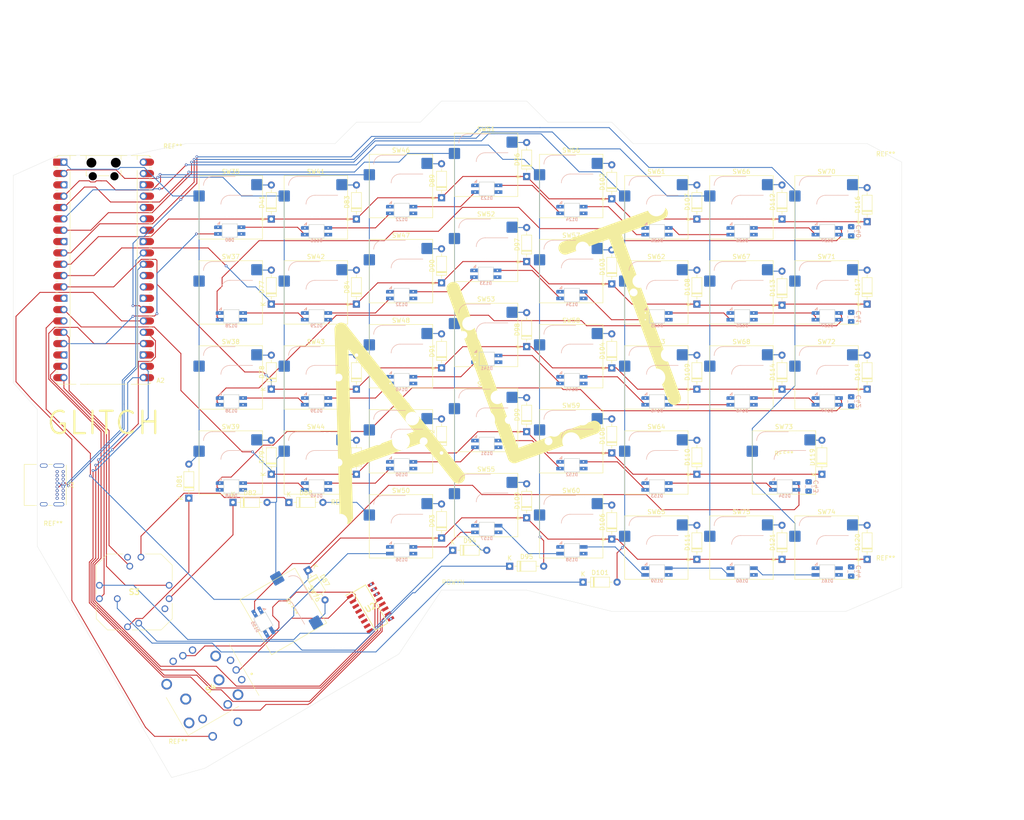
<source format=kicad_pcb>
(kicad_pcb (version 20241229) (generator "pcbnew") (generator_version "9.0")
  (layers (0 "F.Cu" signal) (4 "In1.Cu" signal) (6 "In2.Cu" signal) (2 "B.Cu" signal) (13 "F.Paste" user) (15 "B.Paste" user) (5 "F.SilkS" user "F.Silkscreen") (7 "B.SilkS" user "B.Silkscreen") (1 "F.Mask" user) (3 "B.Mask" user) (25 "Edge.Cuts" user))
  (net 0 "")
  (net 1 "GND")
  (net 2 "+5V")
  (net 3 "+3V3")
  (net 4 "ROW4b")
  (net 5 "EC3B")
  (net 6 "Net-(A2-GPIO17)")
  (net 7 "ECROWb")
  (net 8 "Net-(A2-GPIO16)")
  (net 9 "ROW0b")
  (net 11 "COL2b")
  (net 13 "ROW3b")
  (net 14 "COL0b")
  (net 15 "Push3")
  (net 16 "ROW1b")
  (net 17 "COL5b")
  (net 18 "COL7b")
  (net 19 "Net-(A2-GPIO18)")
  (net 20 "Net-(A2-GPIO19)")
  (net 21 "COL4b")
  (net 23 "ROW2b")
  (net 24 "Net-(A2-GPIO26_ADC0)")
  (net 26 "COL1b")
  (net 27 "COL3b")
  (net 28 "Net-(A2-GPIO27_ADC1)")
  (net 30 "RGBb")
  (net 31 "EC3A")
  (net 32 "COL6b")
  (net 34 "Net-(D41-A)")
  (net 35 "Net-(D77-A)")
  (net 36 "Net-(D78-A)")
  (net 37 "Net-(D79-A)")
  (net 38 "Net-(D115-DIN)")
  (net 39 "Net-(D81-K)")
  (net 40 "Net-(D82-K)")
  (net 41 "Net-(D83-A)")
  (net 42 "Net-(D84-A)")
  (net 43 "Net-(D85-A)")
  (net 44 "Net-(D86-A)")
  (net 45 "Net-(D87-A)")
  (net 46 "Net-(D88-K)")
  (net 47 "Net-(D89-A)")
  (net 48 "Net-(D90-A)")
  (net 49 "Net-(D91-A)")
  (net 50 "Net-(D92-A)")
  (net 51 "Net-(D93-A)")
  (net 52 "Net-(D94-K)")
  (net 53 "Net-(D95-K)")
  (net 54 "Net-(D96-A)")
  (net 55 "Net-(D97-A)")
  (net 56 "Net-(D98-A)")
  (net 57 "Net-(D99-A)")
  (net 58 "Net-(D100-A)")
  (net 59 "Net-(D101-K)")
  (net 60 "Net-(D102-A)")
  (net 61 "Net-(D103-A)")
  (net 62 "Net-(D104-A)")
  (net 63 "Net-(D105-A)")
  (net 64 "Net-(D106-A)")
  (net 65 "Net-(D107-A)")
  (net 66 "Net-(D108-A)")
  (net 67 "Net-(D109-A)")
  (net 68 "Net-(D110-A)")
  (net 69 "Net-(D111-A)")
  (net 70 "Net-(D112-A)")
  (net 71 "Net-(D113-A)")
  (net 72 "Net-(D114-A)")
  (net 73 "Net-(D115-DOUT)")
  (net 74 "Net-(D116-A)")
  (net 75 "Net-(D117-A)")
  (net 76 "Net-(D118-A)")
  (net 77 "Net-(D119-A)")
  (net 78 "Net-(D120-A)")
  (net 79 "Net-(D121-A)")
  (net 80 "Net-(D122-DOUT)")
  (net 81 "Net-(D123-DOUT)")
  (net 82 "Net-(D124-DOUT)")
  (net 83 "Net-(D125-DOUT)")
  (net 84 "Net-(D126-DOUT)")
  (net 85 "Net-(D127-DOUT)")
  (net 86 "Net-(D128-DOUT)")
  (net 87 "Net-(D129-DOUT)")
  (net 88 "Net-(D132-DOUT)")
  (net 89 "Net-(D133-DOUT)")
  (net 90 "Net-(D134-DOUT)")
  (net 91 "Net-(D135-DOUT)")
  (net 92 "Net-(D136-DOUT)")
  (net 93 "Net-(D137-DOUT)")
  (net 94 "Net-(D138-DOUT)")
  (net 95 "Net-(D139-DOUT)")
  (net 96 "Net-(D140-DOUT)")
  (net 97 "Net-(D141-DOUT)")
  (net 98 "Net-(D144-DOUT)")
  (net 99 "Net-(D145-DOUT)")
  (net 100 "Net-(D146-DOUT)")
  (net 101 "Net-(D147-DOUT)")
  (net 102 "Net-(D148-DOUT)")
  (net 103 "Net-(D149-DOUT)")
  (net 104 "Net-(D150-DOUT)")
  (net 105 "Net-(D151-DOUT)")
  (net 106 "Net-(D152-DOUT)")
  (net 107 "Net-(D153-DOUT)")
  (net 108 "Net-(D154-DOUT)")
  (net 109 "Net-(D155-DOUT)")
  (net 110 "Net-(D156-DOUT)")
  (net 111 "Net-(D157-DOUT)")
  (net 119 "Net-(U2-CH1)")
  (net 120 "Net-(U2-CH0)")
  (net 130 "Net-(D158-DOUT)")
  (net 131 "Net-(D159-DOUT)")
  (net 132 "Net-(D160-DOUT)")
  (net 133 "Net-(D161-DOUT)")
  (footprint "ScottoKeebs_Hotswap:Hotswap_MX_1.00u" (layer "F.Cu") (at 358.23146 64.294)
    (property "Reference" "SW63")
    (property "Value" "SW_Push")
  )
  (footprint "mcp3008:SOIC127P600X175-16N" (layer "F.Cu") (at 294.252179 115.836603 30)
    (property "Reference" "U2")
    (property "Value" "MCP3008" (hide yes))
  )
  (footprint "ScottoKeebs_Hotswap:Hotswap_MX_1.00u" (layer "F.Cu") (at 320.13146 92.869)
    (property "Reference" "SW55")
    (property "Value" "SW_Push")
  )
  (footprint "ScottoKeebs_Hotswap:Hotswap_MX_1.00u" (layer "F.Cu") (at 358.23146 45.244)
    (property "Reference" "SW62")
    (property "Value" "SW_Push")
  )
  (footprint "Diode_THT:D_DO-35_SOD27_P7.62mm_Horizontal" (layer "F.Cu") (at 310.158073 62.150914 90)
    (property "Reference" "D91")
    (property "Value" "D")
  )
  (footprint "Diode_THT:D_DO-35_SOD27_P7.62mm_Horizontal" (layer "F.Cu") (at 272.058041 85.963434 90)
    (property "Reference" "D79")
    (property "Value" "D")
  )
  (footprint "MountingHole:MountingHole_3.2mm_M3" (layer "F.Cu") (at 223.242375 101.20345)
    (property "Reference" "REF**")
    (property "Value" "MountingHole_3.2mm_M3")
  )
  (footprint "Diode_THT:D_DO-35_SOD27_P7.62mm_Horizontal" (layer "F.Cu") (at 395.287832 85.963434 90)
    (property "Reference" "D119")
    (property "Value" "D")
  )
  (footprint "ScottoKeebs_Hotswap:Hotswap_MX_1.00u" (layer "F.Cu") (at 377.28146 26.194)
    (property "Reference" "SW66")
    (property "Value" "SW_Push")
  )
  (footprint "Diode_THT:D_DO-35_SOD27_P7.62mm_Horizontal" (layer "F.Cu") (at 310.158073 100.250946 90)
    (property "Reference" "D93")
    (property "Value" "D")
  )
  (footprint "Diode_THT:D_DO-35_SOD27_P7.62mm_Horizontal" (layer "F.Cu") (at 329.208089 76.438426 90)
    (property "Reference" "D99")
    (property "Value" "D")
  )
  (footprint "ScottoKeebs_Hotswap:Hotswap_MX_1.00u" (layer "F.Cu") (at 396.33146 102.394)
    (property "Reference" "SW74")
    (property "Value" "SW_Push")
  )
  (footprint "ScottoKeebs_Hotswap:Hotswap_MX_1.00u" (layer "F.Cu") (at 262.98146 26.194)
    (property "Reference" "SW35")
    (property "Value" "SW_Push")
  )
  (footprint "Diode_THT:D_DO-35_SOD27_P7.62mm_Horizontal" (layer "F.Cu") (at 367.308121 105.01345 90)
    (property "Reference" "D111")
    (property "Value" "D")
  )
  (footprint "Diode_THT:D_DO-35_SOD27_P7.62mm_Horizontal" (layer "F.Cu") (at 367.308121 66.913418 90)
    (property "Reference" "D109")
    (property "Value" "D")
  )
  (footprint "ScottoKeebs_Hotswap:Hotswap_MX_1.00u" (layer "F.Cu") (at 377.28146 64.294)
    (property "Reference" "SW68")
    (property "Value" "SW_Push")
  )
  (footprint "Diode_THT:D_DO-35_SOD27_P7.62mm_Horizontal" (layer "F.Cu") (at 263.485537 92.273755)
    (property "Reference" "D82")
    (property "Value" "D")
  )
  (footprint "ScottoKeebs_Hotswap:Hotswap_MX_1.00u" (layer "F.Cu") (at 282.03146 26.194)
    (property "Reference" "SW41")
    (property "Value" "SW_Push")
  )
  (footprint "Diode_THT:D_DO-35_SOD27_P7.62mm_Horizontal" (layer "F.Cu") (at 348.258105 81.20093 90)
    (property "Reference" "D105")
    (property "Value" "D")
  )
  (footprint "Diode_THT:D_DO-35_SOD27_P7.62mm_Horizontal" (layer "F.Cu") (at 405.408153 29.408699 90)
    (property "Reference" "D116")
    (property "Value" "D")
  )
  (footprint "Connector_USB:USB_C_Receptacle_GCT_USB4085" (layer "F.Cu") (at 225.481436 85.387816 -90)
    (property "Reference" "J2")
    (property "Value" "USB_C_Receptacle_USB2.0_14P" (hide yes))
  )
  (footprint "Diode_THT:D_DO-35_SOD27_P7.62mm_Horizontal" (layer "F.Cu") (at 253.603338 91.321251 90)
    (property "Reference" "D81")
    (property "Value" "D")
  )
  (footprint "Diode_THT:D_DO-35_SOD27_P7.62mm_Horizontal" (layer "F.Cu") (at 275.98711 92.273755)
    (property "Reference" "D88")
    (property "Value" "D")
  )
  (footprint "Diode_THT:D_DO-35_SOD27_P7.62mm_Horizontal" (layer "F.Cu") (at 341.828731 110.133145)
    (property "Reference" "D101")
    (property "Value" "D")
  )
  (footprint "Diode_THT:D_DO-35_SOD27_P7.62mm_Horizontal" (layer "F.Cu") (at 367.308121 85.963434 90)
    (property "Reference" "D110")
    (property "Value" "D")
  )
  (footprint "Diode_THT:D_DO-35_SOD27_P7.62mm_Horizontal" (layer "F.Cu") (at 272.058041 66.913418 90)
    (property "Reference" "D78")
    (property "Value" "D")
  )
  (footprint "ScottoKeebs_Hotswap:Hotswap_MX_1.00u" (layer "F.Cu") (at 262.98146 45.244)
    (property "Reference" "SW37")
    (property "Value" "SW_Push")
  )
  (footprint "Diode_THT:D_DO-35_SOD27_P7.62mm_Horizontal" (layer "F.Cu") (at 367.308121 47.863402 90)
    (property "Reference" "D108")
    (property "Value" "D")
  )
  (footprint "ScottoKeebs_Hotswap:Hotswap_MX_1.00u" (layer "F.Cu") (at 320.13146 35.719)
    (property "Reference" "SW52")
    (property "Value" "SW_Push")
  )
  (footprint "Diode_THT:D_DO-35_SOD27_P7.62mm_Horizontal" (layer "F.Cu") (at 348.258105 24.289004 90)
    (property "Reference" "D102")
    (property "Value" "D")
  )
  (footprint "7way:RKJXT1F42001" (layer "F.Cu") (at 241.385521 112.336275)
    (property "Reference" "S3")
    (property "Value" "RKJXT1F42001" (hide yes))
  )
  (footprint "ScottoKeebs_Hotswap:Hotswap_MX_1.00u" (layer "F.Cu") (at 386.794702 83.34406)
    (property "Reference" "SW73")
    (property "Value" "SHIFT")
  )
  (footprint "Diode_THT:D_DO-35_SOD27_P7.62mm_Horizontal" (layer "F.Cu") (at 310.158073 24.050882 90)
    (property "Reference" "D89")
    (property "Value" "D")
  )
  (footprint "ScottoKeebs_Hotswap:Hotswap_MX_1.00u" (layer "F.Cu") (at 301.08146 59.5315)
    (property "Reference" "SW48")
    (property "Value" "SW_Push")
  )
  (footprint "Diode_THT:D_DO-35_SOD27_P7.62mm_Horizontal" (layer "F.Cu") (at 272.058041 47.863402 90)
    (property "Reference" "D77")
    (property "Value" "D")
  )
  (footprint "Diode_THT:D_DO-35_SOD27_P7.62mm_Horizontal" (layer "F.Cu") (at 329.208089 57.38841 90)
    (property "Reference" "D98")
    (property "Value" "D")
  )
  (footprint "ScottoKeebs_Hotswap:Hotswap_MX_1.00u" (layer "F.Cu") (at 320.13146 16.669)
    (property "Reference" "SW51")
    (property "Value" "SW_Push")
  )
  (footprint "Diode_THT:D_DO-35_SOD27_P7.62mm_Horizontal" (layer "F.Cu") (at 291.108057 28.813386 90)
    (property "Reference" "D83")
    (property "Value" "D")
  )
  (footprint "ScottoKeebs_Hotswap:Hotswap_MX_1.00u" (layer "F.Cu") (at 339.18146 21.4315)
    (property "Reference" "SW56")
    (property "Value" "SW_Push")
  )
  (footprint "ScottoKeebs_Hotswap:Hotswap_MX_1.00u" (layer "F.Cu") (at 282.03146 45.244)
    (property "Reference" "SW42")
    (property "Value" "SW_Push")
  )
  (footprint "ScottoKeebs_Hotswap:Hotswap_MX_1.00u" (layer "F.Cu") (at 339.18146 97.6315)
    (property "Reference" "SW60")
    (property "Value" "SW_Push")
  )
  (footprint "Diode_THT:D_DO-35_SOD27_P7.62mm_Horizontal" (layer "F.Cu") (at 405.408153 105.01345 90)
    (property "Reference" "D120")
    (property "Value" "D")
  )
  (footprint "ScottoKeebs_Hotswap:Hotswap_MX_1.00u" (layer "F.Cu") (at 301.08146 21.4315)
    (property "Reference" "SW46")
    (property "Value" "SW_Push")
  )
  (footprint "ScottoKeebs_Hotswap:Hotswap_MX_1.00u" (layer "F.Cu") (at 377.28146 102.394)
    (property "Reference" "SW75")
    (property "Value" "SW_Push")
  )
  (footprint "Diode_THT:D_DO-35_SOD27_P7.62mm_Horizontal" (layer "F.Cu") (at 272.058041 28.813386 90)
    (property "Reference" "D41")
    (property "Value" "D")
  )
  (footprint "MountingHole:MountingHole_3.2mm_M3" (layer "F.Cu") (at 287.536179 96.440946)
    (property "Reference" "REF**")
    (property "Value" "MountingHole_3.2mm_M3")
  )
  (footprint "ScottoKeebs_Hotswap:Hotswap_MX_1.00u" (layer "F.Cu") (at 262.98146 64.294)
    (property "Reference" "SW38")
    (property "Value" "SW_Push")
  )
  (footprint "ScottoKeebs_Hotswap:Hotswap_MX_1.00u" (layer "F.Cu") (at 377.28146 45.244)
    (property "Reference" "SW67")
    (property "Value" "SW_Push")
  )
  (footprint "Diode_THT:D_DO-35_SOD27_P7.62mm_Horizontal" (layer "F.Cu") (at 310.158073 43.100898 90)
    (property "Reference" "D90")
    (property "Value" "D")
  )
  (footprint "ScottoKeebs_Hotswap:Hotswap_MX_1.00u" (layer "F.Cu") (at 301.08146 40.4815)
    (property "Reference" "SW47")
    (property "Value" "SW_Push")
  )
  (footprint "Diode_THT:D_DO-35_SOD27_P7.62mm_Horizontal" (layer "F.Cu") (at 405.408153 66.913418 90)
    (property "Reference" "D118")
    (property "Value" "D")
  )
  (footprint "Diode_THT:D_DO-35_SOD27_P7.62mm_Horizontal" (layer "F.Cu") (at 348.258105 100.489068 90)
    (property "Reference" "D106")
    (property "Value" "D")
  )
  (footprint "ScottoKeebs_Stabilizer:Stabilizer_MX_2.00u" (layer "F.Cu") (at 274.858033 116.631226 -60)
    (property "Reference" "REF**")
    (property "Value" "Stabilizer_MX_2.00u")
  )
  (footprint "Diode_THT:D_DO-35_SOD27_P7.62mm_Horizontal" (layer "F.Cu") (at 386.358137 66.913418 90)
    (property "Reference" "D114")
    (property "Value" "D")
  )
  (footprint "ScottoKeebs_Hotswap:Hotswap_MX_1.00u" (layer "F.Cu") (at 339.18146 59.5315)
    (property "Reference" "SW58")
    (property "Value" "SW_Push")
  )
  (footprint "MountingHole:MountingHole_3.2mm_M3" (layer "F.Cu") (at 409.575344 18.454943)
    (property "Reference" "REF**")
    (property "Value" "MountingHole_3.2mm_M3")
  )
  (footprint "ScottoKeebs_Hotswap:Hotswap_MX_1.00u" (layer "F.Cu") (at 301.08146 97.6315)
    (property "Reference" "SW50")
    (property "Value" "SW_Push")
  )
  (footprint "Diode_THT:D_DO-35_SOD27_P7.62mm_Horizontal" (layer "F.Cu") (at 367.308121 28.813386 90)
    (property "Reference" "D107")
    (property "Value" "D")
  )
  (footprint "ScottoKeebs_Hotswap:Hotswap_MX_1.00u" (layer "F.Cu") (at 320.13146 54.769)
    (property "Reference" "SW53")
    (property "Value" "SW_Push")
  )
  (footprint "Diode_THT:D_DO-35_SOD27_P7.62mm_Horizontal" (layer "F.Cu") (at 386.358137 48.101524 90)
    (property "Reference" "D113")
    (property "Value" "D")
  )
  (footprint "Diode_THT:D_DO-35_SOD27_P7.62mm_Horizontal" (layer "F.Cu") (at 312.658394 102.989389)
    (property "Reference" "D94")
    (property "Value" "D")
  )
  (footprint "ScottoKeebs_Hotswap:Hotswap_MX_1.00u" (layer "F.Cu") (at 396.33146 45.244)
    (property "Reference" "SW71")
    (property "Value" "SW_Push")
  )
  (footprint "ScottoKeebs_Hotswap:Hotswap_MX_1.00u" (layer "F.Cu") (at 320.13146 73.819)
    (property "Reference" "SW54")
    (property "Value" "SW_Push")
  )
  (footprint "Stick:RKJXV122400R" (layer "F.Cu") (at 265.43646 131.963799 30)
    (property "Reference" "S4")
    (property "Value" "RKJXV122400R" (hide yes))
  )
  (footprint "ScottoKeebs_Hotswap:Hotswap_MX_1.00u" (layer "F.Cu") (at 358.23146 83.344)
    (property "Reference" "SW64")
    (property "Value" "SW_Push")
  )
  (footprint "ScottoKeebs_Hotswap:Hotswap_MX_1.00u" (layer "F.Cu") (at 262.98146 83.344)
    (property "Reference" "SW39")
    (property "Value" "SW_Push")
  )
  (footprint "ScottoKeebs_Hotswap:Hotswap_MX_1.00u" (layer "F.Cu") (at 274.72896 116.681588 -60)
    (property "Reference" "SW76")
    (property "Value" "SPACE")
  )
  (footprint "Diode_THT:D_DO-35_SOD27_P7.62mm_Horizontal" (layer "F.Cu") (at 348.258105 62.150914 90)
    (property "Reference" "D104")
    (property "Value" "D")
  )
  (footprint "ScottoKeebs_Hotswap:Hotswap_MX_1.00u" (layer "F.Cu") (at 396.33146 26.194)
    (property "Reference" "SW70")
    (property "Value" "SW_Push")
  )
  (footprint "Diode_THT:D_DO-35_SOD27_P7.62mm_Horizontal" (layer "F.Cu") (at 325.398089 106.561267)
    (property "Reference" "D95")
    (property "Value" "D")
  )
  (footprint "ScottoKeebs_Hotswap:Hotswap_MX_1.00u" (layer "F.Cu") (at 282.03146 83.344)
    (property "Reference" "SW44")
    (property "Value" "SW_Push")
  )
  (footprint "ScottoKeebs_Hotswap:Hotswap_MX_2.00u" (layer "F.Cu") (at 358.23146 102.394)
    (property "Reference" "SW65")
    (property "Value" "SW_Push")
  )
  (footprint "ScottoKeebs_Hotswap:Hotswap_MX_1.00u" (layer "F.Cu") (at 301.08146 78.5815)
    (property "Reference" "SW49")
    (property "Value" "SW_Push")
  )
  (footprint "Diode_THT:D_DO-35_SOD27_P7.62mm_Horizontal" (layer "F.Cu") (at 291.108057 47.863402 90)
    (property "Reference" "D84")
    (property "Value" "D")
  )
  (footprint "Module:RaspberryPi_Pico_Common_Unspecified" (layer "F.Cu") (at 234.525729 40.203691)
    (property "Reference" "A2")
    (property "Value" "RaspberryPi_Pico")
  )
  (footprint "ScottoKeebs_Hotswap:Hotswap_MX_1.00u" (layer "F.Cu") (at 396.33146 64.294)
    (property "Reference" "SW72")
    (property "Value" "SW_Push")
  )
  (footprint "Diode_THT:D_DO-35_SOD27_P7.62mm_Horizontal" (layer "F.Cu") (at 310.158073 81.20093 90)
    (property "Reference" "D92")
    (property "Value" "D")
  )
  (footprint "Diode_THT:D_DO-35_SOD27_P7.62mm_Horizontal" (layer "F.Cu") (at 329.208089 95.726564 90)
    (property "Reference" "D100")
    (property "Value" "D")
  )
  (footprint "Diode_THT:D_DO-35_SOD27_P7.62mm_Horizontal" (layer "F.Cu") (at 329.208089 19.288378 90)
    (property "Reference" "D96")
    (property "Value" "D")
  )
  (footprint "MountingHole:MountingHole_3.2mm_M3" (layer "F.Cu") (at 409.575344 108.942519)
    (property "Reference" "REF**")
    (property "Value" "MountingHole_3.2mm_M3")
  )
  (footprint "Diode_THT:D_DO-35_SOD27_P7.62mm_Horizontal" (layer "F.Cu") (at 291.108057 85.963434 90)
    (property "Reference" "D86")
    (property "Value" "D")
  )
  (footprint "Diode_THT:D_DO-35_SOD27_P7.62mm_Horizontal" (layer "F.Cu") (at 386.358137 28.813386 90)
    (property "Reference" "D112")
    (property "Value" "D")
  )
  (footprint "ScottoKeebs_Stabilizer:Stabilizer_MX_2.00u" (layer "F.Cu") (at 386.794702 83.34406)
    (property "Reference" "REF**")
    (property "Value" "Stabilizer_MX_2.00u")
  )
  (footprint "MountingHole:MountingHole_3.2mm_M3" (layer "F.Cu") (at 250.03146 16.7215)
    (property "Reference" "REF**")
    (property "Value" "MountingHole_3.2mm_M3")
  )
  (footprint "ScottoKeebs_Hotswap:Hotswap_MX_1.00u" (layer "F.Cu") (at 282.03146 64.294)
    (property "Reference" "SW43")
    (property "Value" "SW_Push")
  )
  (footprint "Diode_THT:D_DO-35_SOD27_P7.62mm_Horizontal" (layer "F.Cu") (at 329.208089 38.338394 90)
    (property "Reference" "D97")
    (property "Value" "D")
  )
  (footprint "ScottoKeebs_Hotswap:Hotswap_MX_1.00u" (layer "F.Cu") (at 339.18146 40.4815)
    (property "Reference" "SW57")
    (property "Value" "SW_Push")
  )
  (footprint "Diode_THT:D_DO-35_SOD27_P7.62mm_Horizontal" (layer "F.Cu") (at 291.108057 66.913418 90)
    (property "Reference" "D85")
    (property "Value" "D")
  )
  (footprint "Diode_THT:D_DO-35_SOD27_P7.62mm_Horizontal" (layer "F.Cu") (at 280.273362 107.513771 -60)
    (property "Reference" "D87")
    (property "Value" "D")
  )
  (footprint "Diode_THT:D_DO-35_SOD27_P7.62mm_Horizontal" (layer "F.Cu") (at 386.358137 105.01345 90)
    (property "Reference" "D121")
    (property "Value" "D")
  )
  (footprint "ScottoKeebs_Hotswap:Hotswap_MX_1.00u" (layer "F.Cu") (at 358.23146 26.194)
    (property "Reference" "SW61")
    (property "Value" "SW_Push")
  )
  (footprint "Diode_THT:D_DO-35_SOD27_P7.62mm_Horizontal" (layer "F.Cu") (at 348.258105 43.33902 90)
    (property "Reference" "D103")
    (property "Value" "D")
  )
  (footprint "MountingHole:MountingHole_3.2mm_M3" (layer "F.Cu") (at 251.222086 150.019116)
    (property "Reference" "REF**")
    (property "Value" "MountingHole_3.2mm_M3")
  )
  (footprint "Diode_THT:D_DO-35_SOD27_P7.62mm_Horizontal" (layer "F.Cu") (at 405.408153 47.863402 90)
    (property "Reference" "D117")
    (property "Value" "D")
  )
  (footprint "ScottoKeebs_Hotswap:Hotswap_MX_1.00u" (layer "F.Cu") (at 339.18146 78.5815)
    (property "Reference" "SW59")
    (property "Value" "SW_Push")
  )
  (footprint "cheyao macropad main PCB-third_party_neopixel.petty:SK6812MINI-E" (layer "B.Cu") (at 301.228378 102.989389 180)
    (property "Reference" "D156")
    (property "Value" "SK6812MINI" (hide yes))
    (fp_line (start 1.7 1.5) (end 1.7 -1.5) (stroke (width 0.12)) (layer "Edge.Cuts"))
    (fp_line (start 1.7 -1.5) (end -1.7 -1.5) (stroke (width 0.12)) (layer "Edge.Cuts"))
    (fp_line (start -1.7 1.5) (end 1.7 1.5) (stroke (width 0.12)) (layer "Edge.Cuts"))
    (fp_line (start -1.7 -1.5) (end -1.7 1.5) (stroke (width 0.12)) (layer "Edge.Cuts"))
  )
  (footprint "cheyao macropad main PCB-third_party_neopixel.petty:SK6812MINI-E" (layer "B.Cu") (at 301.228378 64.889357 180)
    (property "Reference" "D140")
    (property "Value" "SK6812MINI" (hide yes))
    (fp_line (start 1.7 1.5) (end 1.7 -1.5) (stroke (width 0.12)) (layer "Edge.Cuts"))
    (fp_line (start 1.7 -1.5) (end -1.7 -1.5) (stroke (width 0.12)) (layer "Edge.Cuts"))
    (fp_line (start -1.7 1.5) (end 1.7 1.5) (stroke (width 0.12)) (layer "Edge.Cuts"))
    (fp_line (start -1.7 -1.5) (end -1.7 1.5) (stroke (width 0.12)) (layer "Edge.Cuts"))
  )
  (footprint "cheyao macropad main PCB-third_party_neopixel.petty:SK6812MINI-E" (layer "B.Cu") (at 339.32841 45.839341 180)
    (property "Reference" "D134")
    (property "Value" "SK6812MINI" (hide yes))
    (fp_line (start 1.7 1.5) (end 1.7 -1.5) (stroke (width 0.12)) (layer "Edge.Cuts"))
    (fp_line (start 1.7 -1.5) (end -1.7 -1.5) (stroke (width 0.12)) (layer "Edge.Cuts"))
    (fp_line (start -1.7 1.5) (end 1.7 1.5) (stroke (width 0.12)) (layer "Edge.Cuts"))
    (fp_line (start -1.7 -1.5) (end -1.7 1.5) (stroke (width 0.12)) (layer "Edge.Cuts"))
  )
  (footprint "cheyao macropad main PCB-third_party_neopixel.petty:SK6812MINI-E" (layer "B.Cu") (at 320.059646 41.076837 180)
    (property "Reference" "D133")
    (property "Value" "SK6812MINI" (hide yes))
    (fp_line (start 1.7 1.5) (end 1.7 -1.5) (stroke (width 0.12)) (layer "Edge.Cuts"))
    (fp_line (start 1.7 -1.5) (end -1.7 -1.5) (stroke (width 0.12)) (layer "Edge.Cuts"))
    (fp_line (start -1.7 1.5) (end 1.7 1.5) (stroke (width 0.12)) (layer "Edge.Cuts"))
    (fp_line (start -1.7 -1.5) (end -1.7 1.5) (stroke (width 0.12)) (layer "Edge.Cuts"))
  )
  (footprint "cheyao macropad main PCB-third_party_neopixel.petty:SK6812MINI-E" (layer "B.Cu") (at 339.32841 26.789325 180)
    (property "Reference" "D124")
    (property "Value" "SK6812MINI" (hide yes))
    (fp_line (start 1.7 1.5) (end 1.7 -1.5) (stroke (width 0.12)) (layer "Edge.Cuts"))
    (fp_line (start 1.7 -1.5) (end -1.7 -1.5) (stroke (width 0.12)) (layer "Edge.Cuts"))
    (fp_line (start -1.7 1.5) (end 1.7 1.5) (stroke (width 0.12)) (layer "Edge.Cuts"))
    (fp_line (start -1.7 -1.5) (end -1.7 1.5) (stroke (width 0.12)) (layer "Edge.Cuts"))
  )
  (footprint "cheyao macropad main PCB-third_party_neopixel.petty:SK6812MINI-E" (layer "B.Cu") (at 301.228378 26.789325 180)
    (property "Reference" "D122")
    (property "Value" "SK6812MINI" (hide yes))
    (fp_line (start 1.7 1.5) (end 1.7 -1.5) (stroke (width 0.12)) (layer "Edge.Cuts"))
    (fp_line (start 1.7 -1.5) (end -1.7 -1.5) (stroke (width 0.12)) (layer "Edge.Cuts"))
    (fp_line (start -1.7 1.5) (end 1.7 1.5) (stroke (width 0.12)) (layer "Edge.Cuts"))
    (fp_line (start -1.7 -1.5) (end -1.7 1.5) (stroke (width 0.12)) (layer "Edge.Cuts"))
  )
  (footprint "cheyao macropad main PCB-third_party_neopixel.petty:SK6812MINI-E" (layer "B.Cu") (at 377.428442 107.751893 180)
    (property "Reference" "D160")
    (property "Value" "SK6812MINI" (hide yes))
    (fp_line (start 1.7 1.5) (end 1.7 -1.5) (stroke (width 0.12)) (layer "Edge.Cuts"))
    (fp_line (start 1.7 -1.5) (end -1.7 -1.5) (stroke (width 0.12)) (layer "Edge.Cuts"))
    (fp_line (start -1.7 1.5) (end 1.7 1.5) (stroke (width 0.12)) (layer "Edge.Cuts"))
    (fp_line (start -1.7 -1.5) (end -1.7 1.5) (stroke (width 0.12)) (layer "Edge.Cuts"))
  )
  (footprint "cheyao macropad main PCB-third_party_neopixel.petty:SK6812MINI-E" (layer "B.Cu") (at 320.278394 79.176869 180)
    (property "Reference" "D151")
    (property "Value" "SK6812MINI" (hide yes))
    (fp_line (start 1.7 1.5) (end 1.7 -1.5) (stroke (width 0.12)) (layer "Edge.Cuts"))
    (fp_line (start 1.7 -1.5) (end -1.7 -1.5) (stroke (width 0.12)) (layer "Edge.Cuts"))
    (fp_line (start -1.7 1.5) (end 1.7 1.5) (stroke (width 0.12)) (layer "Edge.Cuts"))
    (fp_line (start -1.7 -1.5) (end -1.7 1.5) (stroke (width 0.12)) (layer "Edge.Cuts"))
  )
  (footprint "Capacitor_SMD:C_0805_2012Metric_Pad1.18x1.45mm_HandSolder" (layer "B.Cu") (at 392.311267 88.701877 90)
    (property "Reference" "C43")
    (property "Value" "C")
  )
  (footprint "cheyao macropad main PCB-third_party_neopixel.petty:SK6812MINI-E" (layer "B.Cu") (at 386.95345 88.701877 180)
    (property "Reference" "D154")
    (property "Value" "SK6812MINI" (hide yes))
    (fp_line (start 1.7 1.5) (end 1.7 -1.5) (stroke (width 0.12)) (layer "Edge.Cuts"))
    (fp_line (start 1.7 -1.5) (end -1.7 -1.5) (stroke (width 0.12)) (layer "Edge.Cuts"))
    (fp_line (start -1.7 1.5) (end 1.7 1.5) (stroke (width 0.12)) (layer "Edge.Cuts"))
    (fp_line (start -1.7 -1.5) (end -1.7 1.5) (stroke (width 0.12)) (layer "Edge.Cuts"))
  )
  (footprint "cheyao macropad main PCB-third_party_neopixel.petty:SK6812MINI-E" (layer "B.Cu") (at 320.278394 22.026821 180)
    (property "Reference" "D123")
    (property "Value" "SK6812MINI" (hide yes))
    (fp_line (start 1.7 1.5) (end 1.7 -1.5) (stroke (width 0.12)) (layer "Edge.Cuts"))
    (fp_line (start 1.7 -1.5) (end -1.7 -1.5) (stroke (width 0.12)) (layer "Edge.Cuts"))
    (fp_line (start -1.7 1.5) (end 1.7 1.5) (stroke (width 0.12)) (layer "Edge.Cuts"))
    (fp_line (start -1.7 -1.5) (end -1.7 1.5) (stroke (width 0.12)) (layer "Edge.Cuts"))
  )
  (footprint "cheyao macropad main PCB-third_party_neopixel.petty:SK6812MINI-E" (layer "B.Cu") (at 339.32841 102.989389 180)
    (property "Reference" "D158")
    (property "Value" "SK6812MINI" (hide yes))
    (fp_line (start 1.7 1.5) (end 1.7 -1.5) (stroke (width 0.12)) (layer "Edge.Cuts"))
    (fp_line (start 1.7 -1.5) (end -1.7 -1.5) (stroke (width 0.12)) (layer "Edge.Cuts"))
    (fp_line (start -1.7 1.5) (end 1.7 1.5) (stroke (width 0.12)) (layer "Edge.Cuts"))
    (fp_line (start -1.7 -1.5) (end -1.7 1.5) (stroke (width 0.12)) (layer "Edge.Cuts"))
  )
  (footprint "cheyao macropad main PCB-third_party_neopixel.petty:SK6812MINI-E" (layer "B.Cu") (at 282.178362 31.551829 180)
    (property "Reference" "D115")
    (property "Value" "SK6812MINI" (hide yes))
    (fp_line (start 1.7 1.5) (end 1.7 -1.5) (stroke (width 0.12)) (layer "Edge.Cuts"))
    (fp_line (start 1.7 -1.5) (end -1.7 -1.5) (stroke (width 0.12)) (layer "Edge.Cuts"))
    (fp_line (start -1.7 1.5) (end 1.7 1.5) (stroke (width 0.12)) (layer "Edge.Cuts"))
    (fp_line (start -1.7 -1.5) (end -1.7 1.5) (stroke (width 0.12)) (layer "Edge.Cuts"))
  )
  (footprint "cheyao macropad main PCB-third_party_neopixel.petty:SK6812MINI-E" (layer "B.Cu") (at 282.178362 69.651861 180)
    (property "Reference" "D139")
    (property "Value" "SK6812MINI" (hide yes))
    (fp_line (start 1.7 1.5) (end 1.7 -1.5) (stroke (width 0.12)) (layer "Edge.Cuts"))
    (fp_line (start 1.7 -1.5) (end -1.7 -1.5) (stroke (width 0.12)) (layer "Edge.Cuts"))
    (fp_line (start -1.7 1.5) (end 1.7 1.5) (stroke (width 0.12)) (layer "Edge.Cuts"))
    (fp_line (start -1.7 -1.5) (end -1.7 1.5) (stroke (width 0.12)) (layer "Edge.Cuts"))
  )
  (footprint "cheyao macropad main PCB-third_party_neopixel.petty:SK6812MINI-E" (layer "B.Cu") (at 301.228378 83.939373 180)
    (property "Reference" "D150")
    (property "Value" "SK6812MINI" (hide yes))
    (fp_line (start 1.7 1.5) (end 1.7 -1.5) (stroke (width 0.12)) (layer "Edge.Cuts"))
    (fp_line (start 1.7 -1.5) (end -1.7 -1.5) (stroke (width 0.12)) (layer "Edge.Cuts"))
    (fp_line (start -1.7 1.5) (end 1.7 1.5) (stroke (width 0.12)) (layer "Edge.Cuts"))
    (fp_line (start -1.7 -1.5) (end -1.7 1.5) (stroke (width 0.12)) (layer "Edge.Cuts"))
  )
  (footprint "cheyao macropad main PCB-third_party_neopixel.petty:SK6812MINI-E" (layer "B.Cu") (at 396.478458 107.751893 180)
    (property "Reference" "D161")
    (property "Value" "SK6812MINI" (hide yes))
    (fp_line (start 1.7 1.5) (end 1.7 -1.5) (stroke (width 0.12)) (layer "Edge.Cuts"))
    (fp_line (start 1.7 -1.5) (end -1.7 -1.5) (stroke (width 0.12)) (layer "Edge.Cuts"))
    (fp_line (start -1.7 1.5) (end 1.7 1.5) (stroke (width 0.12)) (layer "Edge.Cuts"))
    (fp_line (start -1.7 -1.5) (end -1.7 1.5) (stroke (width 0.12)) (layer "Edge.Cuts"))
  )
  (footprint "cheyao macropad main PCB-third_party_neopixel.petty:SK6812MINI-E" (layer "B.Cu") (at 263.128346 69.651861 180)
    (property "Reference" "D138")
    (property "Value" "SK6812MINI" (hide yes))
    (fp_line (start 1.7 1.5) (end 1.7 -1.5) (stroke (width 0.12)) (layer "Edge.Cuts"))
    (fp_line (start 1.7 -1.5) (end -1.7 -1.5) (stroke (width 0.12)) (layer "Edge.Cuts"))
    (fp_line (start -1.7 1.5) (end 1.7 1.5) (stroke (width 0.12)) (layer "Edge.Cuts"))
    (fp_line (start -1.7 -1.5) (end -1.7 1.5) (stroke (width 0.12)) (layer "Edge.Cuts"))
  )
  (footprint "cheyao macropad main PCB-third_party_neopixel.petty:SK6812MINI-E" (layer "B.Cu") (at 396.478458 31.551829 180)
    (property "Reference" "D127")
    (property "Value" "SK6812MINI" (hide yes))
    (fp_line (start 1.7 1.5) (end 1.7 -1.5) (stroke (width 0.12)) (layer "Edge.Cuts"))
    (fp_line (start 1.7 -1.5) (end -1.7 -1.5) (stroke (width 0.12)) (layer "Edge.Cuts"))
    (fp_line (start -1.7 1.5) (end 1.7 1.5) (stroke (width 0.12)) (layer "Edge.Cuts"))
    (fp_line (start -1.7 -1.5) (end -1.7 1.5) (stroke (width 0.12)) (layer "Edge.Cuts"))
  )
  (footprint "cheyao macropad main PCB-third_party_neopixel.petty:SK6812MINI-E" (layer "B.Cu") (at 270.272102 119.06284 120)
    (property "Reference" "D155")
    (property "Value" "SK6812MINI" (hide yes))
    (fp_line (start 1.699999 -1.500001) (end -1.699999 -1.499999) (stroke (width 0.12)) (layer "Edge.Cuts"))
    (fp_line (start -1.699999 -1.499999) (end -1.699999 1.500001) (stroke (width 0.12)) (layer "Edge.Cuts"))
    (fp_line (start 1.699999 1.499999) (end 1.699999 -1.500001) (stroke (width 0.12)) (layer "Edge.Cuts"))
    (fp_line (start -1.699999 1.500001) (end 1.699999 1.499999) (stroke (width 0.12)) (layer "Edge.Cuts"))
  )
  (footprint "cheyao macropad main PCB-third_party_neopixel.petty:SK6812MINI-E" (layer "B.Cu") (at 358.378426 50.601845 180)
    (property "Reference" "D135")
    (property "Value" "SK6812MINI" (hide yes))
    (fp_line (start 1.7 1.5) (end 1.7 -1.5) (stroke (width 0.12)) (layer "Edge.Cuts"))
    (fp_line (start 1.7 -1.5) (end -1.7 -1.5) (stroke (width 0.12)) (layer "Edge.Cuts"))
    (fp_line (start -1.7 1.5) (end 1.7 1.5) (stroke (width 0.12)) (layer "Edge.Cuts"))
    (fp_line (start -1.7 -1.5) (end -1.7 1.5) (stroke (width 0.12)) (layer "Edge.Cuts"))
  )
  (footprint "Capacitor_SMD:C_0805_2012Metric_Pad1.18x1.45mm_HandSolder" (layer "B.Cu") (at 401.836275 50.754971 90)
    (property "Reference" "C41")
    (property "Value" "C")
  )
  (footprint "cheyao macropad main PCB-third_party_neopixel.petty:SK6812MINI-E" (layer "B.Cu") (at 377.428442 50.601845 180)
    (property "Reference" "D136")
    (property "Value" "SK6812MINI" (hide yes))
    (fp_line (start 1.7 1.5) (end 1.7 -1.5) (stroke (width 0.12)) (layer "Edge.Cuts"))
    (fp_line (start 1.7 -1.5) (end -1.7 -1.5) (stroke (width 0.12)) (layer "Edge.Cuts"))
    (fp_line (start -1.7 1.5) (end 1.7 1.5) (stroke (width 0.12)) (layer "Edge.Cuts"))
    (fp_line (start -1.7 -1.5) (end -1.7 1.5) (stroke (width 0.12)) (layer "Edge.Cuts"))
  )
  (footprint "cheyao macropad main PCB-third_party_neopixel.petty:SK6812MINI-E" (layer "B.Cu") (at 396.478458 69.651861 180)
    (property "Reference" "D147")
    (property "Value" "SK6812MINI" (hide yes))
    (fp_line (start 1.7 1.5) (end 1.7 -1.5) (stroke (width 0.12)) (layer "Edge.Cuts"))
    (fp_line (start 1.7 -1.5) (end -1.7 -1.5) (stroke (width 0.12)) (layer "Edge.Cuts"))
    (fp_line (start -1.7 1.5) (end 1.7 1.5) (stroke (width 0.12)) (layer "Edge.Cuts"))
    (fp_line (start -1.7 -1.5) (end -1.7 1.5) (stroke (width 0.12)) (layer "Edge.Cuts"))
  )
  (footprint "cheyao macropad main PCB-third_party_neopixel.petty:SK6812MINI-E" (layer "B.Cu") (at 263.128346 50.601845 180)
    (property "Reference" "D128")
    (property "Value" "SK6812MINI" (hide yes))
    (fp_line (start 1.7 1.5) (end 1.7 -1.5) (stroke (width 0.12)) (layer "Edge.Cuts"))
    (fp_line (start 1.7 -1.5) (end -1.7 -1.5) (stroke (width 0.12)) (layer "Edge.Cuts"))
    (fp_line (start -1.7 1.5) (end 1.7 1.5) (stroke (width 0.12)) (layer "Edge.Cuts"))
    (fp_line (start -1.7 -1.5) (end -1.7 1.5) (stroke (width 0.12)) (layer "Edge.Cuts"))
  )
  (footprint "cheyao macropad main PCB-third_party_neopixel.petty:SK6812MINI-E" (layer "B.Cu") (at 396.478458 50.601845 180)
    (property "Reference" "D137")
    (property "Value" "SK6812MINI" (hide yes))
    (fp_line (start 1.7 1.5) (end 1.7 -1.5) (stroke (width 0.12)) (layer "Edge.Cuts"))
    (fp_line (start 1.7 -1.5) (end -1.7 -1.5) (stroke (width 0.12)) (layer "Edge.Cuts"))
    (fp_line (start -1.7 1.5) (end 1.7 1.5) (stroke (width 0.12)) (layer "Edge.Cuts"))
    (fp_line (start -1.7 -1.5) (end -1.7 1.5) (stroke (width 0.12)) (layer "Edge.Cuts"))
  )
  (footprint "Capacitor_SMD:C_0805_2012Metric_Pad1.18x1.45mm_HandSolder" (layer "B.Cu") (at 401.836275 31.551829 90)
    (property "Reference" "C40")
    (property "Value" "C")
  )
  (footprint "cheyao macropad main PCB-third_party_neopixel.petty:SK6812MINI-E" (layer "B.Cu") (at 320.278394 98.226885 180)
    (property "Reference" "D157")
    (property "Value" "SK6812MINI" (hide yes))
    (fp_line (start 1.7 1.5) (end 1.7 -1.5) (stroke (width 0.12)) (layer "Edge.Cuts"))
    (fp_line (start 1.7 -1.5) (end -1.7 -1.5) (stroke (width 0.12)) (layer "Edge.Cuts"))
    (fp_line (start -1.7 1.5) (end 1.7 1.5) (stroke (width 0.12)) (layer "Edge.Cuts"))
    (fp_line (start -1.7 -1.5) (end -1.7 1.5) (stroke (width 0.12)) (layer "Edge.Cuts"))
  )
  (footprint "cheyao macropad main PCB-third_party_neopixel.petty:SK6812MINI-E" (layer "B.Cu") (at 358.378426 31.551829 180)
    (property "Reference" "D125")
    (property "Value" "SK6812MINI" (hide yes))
    (fp_line (start 1.7 1.5) (end 1.7 -1.5) (stroke (width 0.12)) (layer "Edge.Cuts"))
    (fp_line (start 1.7 -1.5) (end -1.7 -1.5) (stroke (width 0.12)) (layer "Edge.Cuts"))
    (fp_line (start -1.7 1.5) (end 1.7 1.5) (stroke (width 0.12)) (layer "Edge.Cuts"))
    (fp_line (start -1.7 -1.5) (end -1.7 1.5) (stroke (width 0.12)) (layer "Edge.Cuts"))
  )
  (footprint "cheyao macropad main PCB-third_party_neopixel.petty:SK6812MINI-E" (layer "B.Cu") (at 358.378426 107.751893 180)
    (property "Reference" "D159")
    (property "Value" "SK6812MINI" (hide yes))
    (fp_line (start 1.7 1.5) (end 1.7 -1.5) (stroke (width 0.12)) (layer "Edge.Cuts"))
    (fp_line (start 1.7 -1.5) (end -1.7 -1.5) (stroke (width 0.12)) (layer "Edge.Cuts"))
    (fp_line (start -1.7 1.5) (end 1.7 1.5) (stroke (width 0.12)) (layer "Edge.Cuts"))
    (fp_line (start -1.7 -1.5) (end -1.7 1.5) (stroke (width 0.12)) (layer "Edge.Cuts"))
  )
  (footprint "cheyao macropad main PCB-third_party_neopixel.petty:SK6812MINI-E" (layer "B.Cu") (at 263.128346 88.701877 180)
    (property "Reference" "D148")
    (property "Value" "SK6812MINI" (hide yes))
    (fp_line (start 1.7 1.5) (end 1.7 -1.5) (stroke (width 0.12)) (layer "Edge.Cuts"))
    (fp_line (start 1.7 -1.5) (end -1.7 -1.5) (stroke (width 0.12)) (layer "Edge.Cuts"))
    (fp_line (start -1.7 1.5) (end 1.7 1.5) (stroke (width 0.12)) (layer "Edge.Cuts"))
    (fp_line (start -1.7 -1.5) (end -1.7 1.5) (stroke (width 0.12)) (layer "Edge.Cuts"))
  )
  (footprint "cheyao macropad main PCB-third_party_neopixel.petty:SK6812MINI-E" (layer "B.Cu") (at 358.378426 69.651861 180)
    (property "Reference" "D145")
    (property "Value" "SK6812MINI" (hide yes))
    (fp_line (start 1.7 1.5) (end 1.7 -1.5) (stroke (width 0.12)) (layer "Edge.Cuts"))
    (fp_line (start 1.7 -1.5) (end -1.7 -1.5) (stroke (width 0.12)) (layer "Edge.Cuts"))
    (fp_line (start -1.7 1.5) (end 1.7 1.5) (stroke (width 0.12)) (layer "Edge.Cuts"))
    (fp_line (start -1.7 -1.5) (end -1.7 1.5) (stroke (width 0.12)) (layer "Edge.Cuts"))
  )
  (footprint "cheyao macropad main PCB-third_party_neopixel.petty:SK6812MINI-E" (layer "B.Cu") (at 358.378426 88.701877 180)
    (property "Reference" "D153")
    (property "Value" "SK6812MINI" (hide yes))
    (fp_line (start 1.7 1.5) (end 1.7 -1.5) (stroke (width 0.12)) (layer "Edge.Cuts"))
    (fp_line (start 1.7 -1.5) (end -1.7 -1.5) (stroke (width 0.12)) (layer "Edge.Cuts"))
    (fp_line (start -1.7 1.5) (end 1.7 1.5) (stroke (width 0.12)) (layer "Edge.Cuts"))
    (fp_line (start -1.7 -1.5) (end -1.7 1.5) (stroke (width 0.12)) (layer "Edge.Cuts"))
  )
  (footprint "cheyao macropad main PCB-third_party_neopixel.petty:SK6812MINI-E" (layer "B.Cu") (at 301.228378 45.839341 180)
    (property "Reference" "D132")
    (property "Value" "SK6812MINI" (hide yes))
    (fp_line (start 1.7 1.5) (end 1.7 -1.5) (stroke (width 0.12)) (layer "Edge.Cuts"))
    (fp_line (start 1.7 -1.5) (end -1.7 -1.5) (stroke (width 0.12)) (layer "Edge.Cuts"))
    (fp_line (start -1.7 1.5) (end 1.7 1.5) (stroke (width 0.12)) (layer "Edge.Cuts"))
    (fp_line (start -1.7 -1.5) (end -1.7 1.5) (stroke (width 0.12)) (layer "Edge.Cuts"))
  )
  (footprint "cheyao macropad main PCB-third_party_neopixel.petty:SK6812MINI-E" (layer "B.Cu") (at 339.32841 83.939373 180)
    (property "Reference" "D152")
    (property "Value" "SK6812MINI" (hide yes))
    (fp_line (start 1.7 1.5) (end 1.7 -1.5) (stroke (width 0.12)) (layer "Edge.Cuts"))
    (fp_line (start 1.7 -1.5) (end -1.7 -1.5) (stroke (width 0.12)) (layer "Edge.Cuts"))
    (fp_line (start -1.7 1.5) (end 1.7 1.5) (stroke (width 0.12)) (layer "Edge.Cuts"))
    (fp_line (start -1.7 -1.5) (end -1.7 1.5) (stroke (width 0.12)) (layer "Edge.Cuts"))
  )
  (footprint "cheyao macropad main PCB-third_party_neopixel.petty:SK6812MINI-E" (layer "B.Cu") (at 320.278394 60.126853 180)
    (property "Reference" "D141")
    (property "Value" "SK6812MINI" (hide yes))
    (fp_line (start 1.7 1.5) (end 1.7 -1.5) (stroke (width 0.12)) (layer "Edge.Cuts"))
    (fp_line (start 1.7 -1.5) (end -1.7 -1.5) (stroke (width 0.12)) (layer "Edge.Cuts"))
    (fp_line (start -1.7 1.5) (end 1.7 1.5) (stroke (width 0.12)) (layer "Edge.Cuts"))
    (fp_line (start -1.7 -1.5) (end -1.7 1.5) (stroke (width 0.12)) (layer "Edge.Cuts"))
  )
  (footprint "Capacitor_SMD:C_0805_2012Metric_Pad1.18x1.45mm_HandSolder" (layer "B.Cu") (at 401.836275 107.751893 90)
    (property "Reference" "C44")
    (property "Value" "C")
  )
  (footprint "cheyao macropad main PCB-third_party_neopixel.petty:SK6812MINI-E" (layer "B.Cu") (at 262.751781 31.397142 180)
    (property "Reference" "D80")
    (property "Value" "SK6812MINI" (hide yes))
    (fp_line (start 1.7 1.5) (end 1.7 -1.5) (stroke (width 0.12)) (layer "Edge.Cuts"))
    (fp_line (start 1.7 -1.5) (end -1.7 -1.5) (stroke (width 0.12)) (layer "Edge.Cuts"))
    (fp_line (start -1.7 1.5) (end 1.7 1.5) (stroke (width 0.12)) (layer "Edge.Cuts"))
    (fp_line (start -1.7 -1.5) (end -1.7 1.5) (stroke (width 0.12)) (layer "Edge.Cuts"))
  )
  (footprint "Capacitor_SMD:C_0805_2012Metric_Pad1.18x1.45mm_HandSolder" (layer "B.Cu") (at 401.836275 69.651861 90)
    (property "Reference" "C42")
    (property "Value" "C")
  )
  (footprint "cheyao macropad main PCB-third_party_neopixel.petty:SK6812MINI-E" (layer "B.Cu") (at 339.32841 64.889357 180)
    (property "Reference" "D144")
    (property "Value" "SK6812MINI" (hide yes))
    (fp_line (start 1.7 1.5) (end 1.7 -1.5) (stroke (width 0.12)) (layer "Edge.Cuts"))
    (fp_line (start 1.7 -1.5) (end -1.7 -1.5) (stroke (width 0.12)) (layer "Edge.Cuts"))
    (fp_line (start -1.7 1.5) (end 1.7 1.5) (stroke (width 0.12)) (layer "Edge.Cuts"))
    (fp_line (start -1.7 -1.5) (end -1.7 1.5) (stroke (width 0.12)) (layer "Edge.Cuts"))
  )
  (footprint "cheyao macropad main PCB-third_party_neopixel.petty:SK6812MINI-E" (layer "B.Cu") (at 377.428442 69.651861 180)
    (property "Reference" "D146")
    (property "Value" "SK6812MINI" (hide yes))
    (fp_line (start 1.7 1.5) (end 1.7 -1.5) (stroke (width 0.12)) (layer "Edge.Cuts"))
    (fp_line (start 1.7 -1.5) (end -1.7 -1.5) (stroke (width 0.12)) (layer "Edge.Cuts"))
    (fp_line (start -1.7 1.5) (end 1.7 1.5) (stroke (width 0.12)) (layer "Edge.Cuts"))
    (fp_line (start -1.7 -1.5) (end -1.7 1.5) (stroke (width 0.12)) (layer "Edge.Cuts"))
  )
  (footprint "cheyao macropad main PCB-third_party_neopixel.petty:SK6812MINI-E" (layer "B.Cu") (at 377.428442 31.551829 180)
    (property "Reference" "D126")
    (property "Value" "SK6812MINI" (hide yes))
    (fp_line (start 1.7 1.5) (end 1.7 -1.5) (stroke (width 0.12)) (layer "Edge.Cuts"))
    (fp_line (start 1.7 -1.5) (end -1.7 -1.5) (stroke (width 0.12)) (layer "Edge.Cuts"))
    (fp_line (start -1.7 1.5) (end 1.7 1.5) (stroke (width 0.12)) (layer "Edge.Cuts"))
    (fp_line (start -1.7 -1.5) (end -1.7 1.5) (stroke (width 0.12)) (layer "Edge.Cuts"))
  )
  (footprint "cheyao macropad main PCB-third_party_neopixel.petty:SK6812MINI-E" (layer "B.Cu") (at 282.178362 88.701877 180)
    (property "Reference" "D149")
    (property "Value" "SK6812MINI" (hide yes))
    (fp_line (start 1.7 1.5) (end 1.7 -1.5) (stroke (width 0.12)) (layer "Edge.Cuts"))
    (fp_line (start 1.7 -1.5) (end -1.7 -1.5) (stroke (width 0.12)) (layer "Edge.Cuts"))
    (fp_line (start -1.7 1.5) (end 1.7 1.5) (stroke (width 0.12)) (layer "Edge.Cuts"))
    (fp_line (start -1.7 -1.5) (end -1.7 1.5) (stroke (width 0.12)) (layer "Edge.Cuts"))
  )
  (footprint "cheyao macropad main PCB-third_party_neopixel.petty:SK6812MINI-E" (layer "B.Cu") (at 282.178362 50.601845 180)
    (property "Reference" "D129")
    (property "Value" "SK6812MINI" (hide yes))
    (fp_line (start 1.7 1.5) (end 1.7 -1.5) (stroke (width 0.12)) (layer "Edge.Cuts"))
    (fp_line (start 1.7 -1.5) (end -1.7 -1.5) (stroke (width 0.12)) (layer "Edge.Cuts"))
    (fp_line (start -1.7 1.5) (end 1.7 1.5) (stroke (width 0.12)) (layer "Edge.Cuts"))
    (fp_line (start -1.7 -1.5) (end -1.7 1.5) (stroke (width 0.12)) (layer "Edge.Cuts"))
  )
  (gr_line (start 329.215705 111.919) (end 348.265705 116.6815) (stroke (width 0.05)) (layer "Edge.Cuts"))
  (gr_line (start 214.31268 65.48467) (end 214.31268 19.050256) (stroke (width 0.05)) (layer "Edge.Cuts"))
  (gr_line (start 219.678205 71.4378) (end 214.31268 65.48467) (stroke (width 0.05)) (layer "Edge.Cuts"))
  (gr_line (start 310.165705 111.919) (end 329.215705 111.919) (stroke (width 0.05)) (layer "Edge.Cuts"))
  (gr_line (start 219.678205 71.4378) (end 219.678205 102.096467) (stroke (width 0.05)) (layer "Edge.Cuts"))
  (gr_line (start 413.15477 111.323691) (end 413.147222 16.073691) (stroke (width 0.05)) (layer "Edge.Cuts"))
  (gr_line (start 214.31268 19.050256) (end 224.440705 14.5015) (stroke (width 0.05)) (layer "Edge.Cuts"))
  (gr_line (start 253.015705 11.9065) (end 240.800705 14.5015) (stroke (width 0.05)) (layer "Edge.Cuts"))
  (gr_line (start 257.182776 151.805223) (end 300.640705 126.2065) (stroke (width 0.05)) (layer "Edge.Cuts"))
  (gr_line (start 219.678205 102.096467) (end 249.74129 153.888938) (stroke (width 0.05)) (layer "Edge.Cuts"))
  (gr_line (start 405.415705 11.9065) (end 353.028205 11.9065) (stroke (width 0.05)) (layer "Edge.Cuts"))
  (gr_line (start 333.978205 7.144) (end 329.215705 2.3815) (stroke (width 0.05)) (layer "Edge.Cuts"))
  (gr_line (start 400.653205 116.6815) (end 413.15477 111.323691) (stroke (width 0.05)) (layer "Edge.Cuts"))
  (gr_line (start 310.165705 2.3815) (end 305.403205 7.144) (stroke (width 0.05)) (layer "Edge.Cuts"))
  (gr_line (start 305.403205 7.144) (end 291.115705 7.144) (stroke (width 0.05)) (layer "Edge.Cuts"))
  (gr_line (start 286.353205 11.9065) (end 253.015705 11.9065) (stroke (width 0.05)) (layer "Edge.Cuts"))
  (gr_line (start 353.028205 11.9065) (end 348.265705 7.144) (stroke (width 0.05)) (layer "Edge.Cuts"))
  (gr_line (start 300.640705 126.2065) (end 310.165705 111.919) (stroke (width 0.05)) (layer "Edge.Cuts"))
  (gr_line (start 413.147222 16.073691) (end 405.415705 11.9065) (stroke (width 0.05)) (layer "Edge.Cuts"))
  (gr_line (start 329.215705 2.3815) (end 310.165705 2.3815) (stroke (width 0.05)) (layer "Edge.Cuts"))
  (gr_line (start 348.265705 7.144) (end 333.978205 7.144) (stroke (width 0.05)) (layer "Edge.Cuts"))
  (gr_line (start 291.115705 7.144) (end 286.353205 11.9065) (stroke (width 0.05)) (layer "Edge.Cuts"))
  (gr_line (start 348.265705 116.6815) (end 400.653205 116.6815) (stroke (width 0.05)) (layer "Edge.Cuts"))
  (gr_line (start 257.182776 151.805223) (end 249.74129 153.888938) (stroke (width 0.05)) (layer "Edge.Cuts"))
  (gr_line (start 240.800705 14.5015) (end 224.440705 14.5015) (stroke (width 0.05)) (layer "Edge.Cuts"))
  (gr_text "ROWYN" (at 310.158073 110.728458 0) (layer "F.SilkS") (effects (font (size 1 1) (thickness 0.1)) (justify left bottom)))
  (gr_text "ALT" (at 285.154927 102.394076 20) (layer "F.SilkS") (effects (font (size 40 40) (thickness 3)) (justify left bottom)))
  (gr_text "GLITCH" (at 221.456436 77.39093 0) (layer "F.SilkS") (effects (font (size 5 5) (thickness 0.5)) (justify left bottom)))
  (via (at 401.836275 30.514329) (size 0.6) (drill 0.3) (layers "F.Cu" "B.Cu") (net 1))
  (via (at 336.72841 102.239389) (size 0.6) (drill 0.3) (layers "F.Cu" "B.Cu") (net 1))
  (via (at 355.778426 87.951877) (size 0.6) (drill 0.3) (layers "F.Cu" "B.Cu") (net 1))
  (via (at 401.836275 106.714393) (size 0.6) (drill 0.3) (layers "F.Cu" "B.Cu") (net 1))
  (via (at 355.778426 107.001893) (size 0.6) (drill 0.3) (layers "F.Cu" "B.Cu") (net 1))
  (via (at 374.828442 49.851845) (size 0.6) (drill 0.3) (layers "F.Cu" "B.Cu") (net 1))
  (via (at 393.878458 68.901861) (size 0.6) (drill 0.3) (layers "F.Cu" "B.Cu") (net 1))
  (via (at 298.628378 64.139357) (size 0.6) (drill 0.3) (layers "F.Cu" "B.Cu") (net 1))
  (via (at 336.72841 83.189373) (size 0.6) (drill 0.3) (layers "F.Cu" "B.Cu") (net 1))
  (via (at 298.628378 83.189373) (size 0.6) (drill 0.3) (layers "F.Cu" "B.Cu") (net 1))
  (via (at 298.812948 118.336086) (size 0.6) (drill 0.3) (layers "F.Cu" "B.Cu") (net 1))
  (via (at 392.311267 87.664377) (size 0.6) (drill 0.3) (layers "F.Cu" "B.Cu") (net 1))
  (via (at 336.72841 26.039325) (size 0.6) (drill 0.3) (layers "F.Cu" "B.Cu") (net 1))
  (via (at 298.628378 102.239389) (size 0.6) (drill 0.3) (layers "F.Cu" "B.Cu") (net 1))
  (via (at 279.578362 30.801829) (size 0.6) (drill 0.3) (layers "F.Cu" "B.Cu") (net 1))
  (via (at 298.628378 45.089341) (size 0.6) (drill 0.3) (layers "F.Cu" "B.Cu") (net 1))
  (via (at 295.637948 112.836825) (size 0.6) (drill 0.3) (layers "F.Cu" "B.Cu") (net 1))
  (via (at 279.578362 68.901861) (size 0.6) (drill 0.3) (layers "F.Cu" "B.Cu") (net 1))
  (via (at 269.621621 116.436174) (size 0.6) (drill 0.3) (layers "F.Cu" "B.Cu") (net 1))
  (via (at 393.878458 49.851845) (size 0.6) (drill 0.3) (layers "F.Cu" "B.Cu") (net 1))
  (via (at 336.72841 64.139357) (size 0.6) (drill 0.3) (layers "F.Cu" "B.Cu") (net 1))
  (via (at 401.836275 49.717471) (size 0.6) (drill 0.3) (layers "F.Cu" "B.Cu") (net 1))
  (via (at 393.878458 107.001893) (size 0.6) (drill 0.3) (layers "F.Cu" "B.Cu") (net 1))
  (via (at 374.828442 107.001893) (size 0.6) (drill 0.3) (layers "F.Cu" "B.Cu") (net 1))
  (via (at 260.15178 30.647142) (size 0.6) (drill 0.3) (layers "F.Cu" "B.Cu") (net 1))
  (via (at 401.836275 68.614361) (size 0.6) (drill 0.3) (layers "F.Cu" "B.Cu") (net 1))
  (via (at 317.678394 21.276821) (size 0.6) (drill 0.3) (layers "F.Cu" "B.Cu") (net 1))
  (via (at 317.678394 59.376853) (size 0.6) (drill 0.3) (layers "F.Cu" "B.Cu") (net 1))
  (via (at 317.459646 40.326837) (size 0.6) (drill 0.3) (layers "F.Cu" "B.Cu") (net 1))
  (via (at 260.528346 49.851845) (size 0.6) (drill 0.3) (layers "F.Cu" "B.Cu") (net 1))
  (via (at 279.578362 87.951877) (size 0.6) (drill 0.3) (layers "F.Cu" "B.Cu") (net 1))
  (via (at 374.828442 68.901861) (size 0.6) (drill 0.3) (layers "F.Cu" "B.Cu") (net 1))
  (via (at 317.678394 97.476885) (size 0.6) (drill 0.3) (layers "F.Cu" "B.Cu") (net 1))
  (via (at 393.878458 30.801829) (size 0.6) (drill 0.3) (layers "F.Cu" "B.Cu") (net 1))
  (via (at 384.35345 87.951877) (size 0.6) (drill 0.3) (layers "F.Cu" "B.Cu") (net 1))
  (via (at 355.778426 68.901861) (size 0.6) (drill 0.3) (layers "F.Cu" "B.Cu") (net 1))
  (via (at 260.528346 87.951877) (size 0.6) (drill 0.3) (layers "F.Cu" "B.Cu") (net 1))
  (via (at 355.778426 30.801829) (size 0.6) (drill 0.3) (layers "F.Cu" "B.Cu") (net 1))
  (via (at 336.72841 45.089341) (size 0.6) (drill 0.3) (layers "F.Cu" "B.Cu") (net 1))
  (via (at 260.528346 68.901861) (size 0.6) (drill 0.3) (layers "F.Cu" "B.Cu") (net 1))
  (via (at 355.778426 49.851845) (size 0.6) (drill 0.3) (layers "F.Cu" "B.Cu") (net 1))
  (via (at 279.578362 49.851845) (size 0.6) (drill 0.3) (layers "F.Cu" "B.Cu") (net 1))
  (via (at 374.828442 30.801829) (size 0.6) (drill 0.3) (layers "F.Cu" "B.Cu") (net 1))
  (via (at 317.678394 78.426869) (size 0.6) (drill 0.3) (layers "F.Cu" "B.Cu") (net 1))
  (via (at 298.628378 26.039325) (size 0.6) (drill 0.3) (layers "F.Cu" "B.Cu") (net 1))
  (via (at 360.978426 108.501893) (size 0.6) (drill 0.3) (layers "F.Cu" "B.Cu") (net 2))
  (via (at 284.778362 89.451877) (size 0.6) (drill 0.3) (layers "F.Cu" "B.Cu") (net 2))
  (via (at 341.92841 103.739389) (size 0.6) (drill 0.3) (layers "F.Cu" "B.Cu") (net 2))
  (via (at 322.878394 60.876853) (size 0.6) (drill 0.3) (layers "F.Cu" "B.Cu") (net 2))
  (via (at 322.659646 41.826837) (size 0.6) (drill 0.3) (layers "F.Cu" "B.Cu") (net 2))
  (via (at 380.028442 32.301829) (size 0.6) (drill 0.3) (layers "F.Cu" "B.Cu") (net 2))
  (via (at 389.55345 89.451877) (size 0.6) (drill 0.3) (layers "F.Cu" "B.Cu") (net 2))
  (via (at 392.311267 89.739377) (size 0.6) (drill 0.3) (layers "F.Cu" "B.Cu") (net 2))
  (via (at 294.367948 110.63712) (size 0.6) (drill 0.3) (layers "F.Cu" "B.Cu") (net 2))
  (via (at 399.078458 70.401861) (size 0.6) (drill 0.3) (layers "F.Cu" "B.Cu") (net 2))
  (via (at 380.028442 70.401861) (size 0.6) (drill 0.3) (layers "F.Cu" "B.Cu") (net 2))
  (via (at 322.878394 22.776821) (size 0.6) (drill 0.3) (layers "F.Cu" "B.Cu") (net 2))
  (via (at 401.836275 32.589329) (size 0.6) (drill 0.3) (layers "F.Cu" "B.Cu") (net 2))
  (via (at 341.92841 46.589341) (size 0.6) (drill 0.3) (layers "F.Cu" "B.Cu") (net 2))
  (via (at 360.978426 89.451877) (size 0.6) (drill 0.3) (layers "F.Cu" "B.Cu") (net 2))
  (via (at 284.778362 51.351845) (size 0.6) (drill 0.3) (layers "F.Cu" "B.Cu") (net 2))
  (via (at 399.078458 32.301829) (size 0.6) (drill 0.3) (layers "F.Cu" "B.Cu") (net 2))
  (via (at 265.728346 70.401861) (size 0.6) (drill 0.3) (layers "F.Cu" "B.Cu") (net 2))
  (via (at 270.922583 121.689506) (size 0.6) (drill 0.3) (layers "F.Cu" "B.Cu") (net 2))
  (via (at 303.828378 46.589341) (size 0.6) (drill 0.3) (layers "F.Cu" "B.Cu") (net 2))
  (via (at 265.351782 32.147142) (size 0.6) (drill 0.3) (layers "F.Cu" "B.Cu") (net 2))
  (via (at 265.728346 89.451877) (size 0.6) (drill 0.3) (layers "F.Cu" "B.Cu") (net 2))
  (via (at 322.878394 98.976885) (size 0.6) (drill 0.3) (layers "F.Cu" "B.Cu") (net 2))
  (via (at 360.978426 70.401861) (size 0.6) (drill 0.3) (layers "F.Cu" "B.Cu") (net 2))
  (via (at 303.828378 103.739389) (size 0.6) (drill 0.3) (layers "F.Cu" "B.Cu") (net 2))
  (via (at 399.078458 51.351845) (size 0.6) (drill 0.3) (layers "F.Cu" "B.Cu") (net 2))
  (via (at 399.078458 108.501893) (size 0.6) (drill 0.3) (layers "F.Cu" "B.Cu") (net 2))
  (via (at 341.92841 65.639357) (size 0.6) (drill 0.3) (layers "F.Cu" "B.Cu") (net 2))
  (via (at 360.978426 32.301829) (size 0.6) (drill 0.3) (layers "F.Cu" "B.Cu") (net 2))
  (via (at 284.778362 70.401861) (size 0.6) (drill 0.3) (layers "F.Cu" "B.Cu") (net 2))
  (via (at 341.92841 84.689373) (size 0.6) (drill 0.3) (layers "F.Cu" "B.Cu") (net 2))
  (via (at 303.828378 65.639357) (size 0.6) (drill 0.3) (layers "F.Cu" "B.Cu") (net 2))
  (via (at 303.828378 27.539325) (size 0.6) (drill 0.3) (layers "F.Cu" "B.Cu") (net 2))
  (via (at 295.002947 111.736971) (size 0.6) (drill 0.3) (layers "F.Cu" "B.Cu") (net 2))
  (via (at 303.828378 84.689373) (size 0.6) (drill 0.3) (layers "F.Cu" "B.Cu") (net 2))
  (via (at 322.878394 79.926869) (size 0.6) (drill 0.3) (layers "F.Cu" "B.Cu") (net 2))
  (via (at 401.836275 70.689361) (size 0.6) (drill 0.3) (layers "F.Cu" "B.Cu") (net 2))
  (via (at 401.836275 51.792471) (size 0.6) (drill 0.3) (layers "F.Cu" "B.Cu") (net 2))
  (via (at 360.978426 51.351845) (size 0.6) (drill 0.3) (layers "F.Cu" "B.Cu") (net 2))
  (via (at 401.836275 108.789393) (size 0.6) (drill 0.3) (layers "F.Cu" "B.Cu") (net 2))
  (via (at 284.778362 32.301829) (size 0.6) (drill 0.3) (layers "F.Cu" "B.Cu") (net 2))
  (via (at 341.92841 27.539325) (size 0.6) (drill 0.3) (layers "F.Cu" "B.Cu") (net 2))
  (via (at 380.028442 51.351845) (size 0.6) (drill 0.3) (layers "F.Cu" "B.Cu") (net 2))
  (via (at 265.728346 51.351845) (size 0.6) (drill 0.3) (layers "F.Cu" "B.Cu") (net 2))
  (via (at 380.028442 108.501893) (size 0.6) (drill 0.3) (layers "F.Cu" "B.Cu") (net 2))
  (segment (start 329.208089 95.726564) (end 333.970593 100.489068) (width 0.2) (layer "F.Cu") (net 4))
  (segment (start 223.235729 51.633691) (end 221.665583 53.203837) (width 0.2) (layer "F.Cu") (net 4))
  (segment (start 314.682455 95.726564) (end 329.208089 95.726564) (width 0.2) (layer "F.Cu") (net 4))
  (segment (start 221.665583 71.408378) (end 231.567383 81.310178) (width 0.2) (layer "F.Cu") (net 4))
  (segment (start 231.567383 81.310178) (end 231.567383 86.320625) (width 0.2) (layer "F.Cu") (net 4))
  (segment (start 386.358137 105.01345) (end 367.308121 105.01345) (width 0.2) (layer "F.Cu") (net 4))
  (segment (start 287.536187 100.250946) (end 310.158073 100.250946) (width 0.2) (layer "F.Cu") (net 4))
  (segment (start 310.158073 100.250946) (end 314.682455 95.726564) (width 0.2) (layer "F.Cu") (net 4))
  (segment (start 349.512702 100.489068) (end 348.258105 100.489068) (width 0.2) (layer "F.Cu") (net 4))
  (segment (start 354.037084 105.01345) (end 349.512702 100.489068) (width 0.2) (layer "F.Cu") (net 4))
  (segment (start 333.970593 100.489068) (end 348.258105 100.489068) (width 0.2) (layer "F.Cu") (net 4))
  (segment (start 367.308121 105.01345) (end 354.037084 105.01345) (width 0.2) (layer "F.Cu") (net 4))
  (segment (start 221.665583 53.203837) (end 221.665583 71.408378) (width 0.2) (layer "F.Cu") (net 4))
  (segment (start 405.408153 105.01345) (end 386.358137 105.01345) (width 0.2) (layer "F.Cu") (net 4))
  (segment (start 280.273362 107.513771) (end 287.536187 100.250946) (width 0.2) (layer "F.Cu") (net 4))
  (segment (start 224.835729 51.633691) (end 223.235729 51.633691) (width 0.2) (layer "F.Cu") (net 4))
  (via (at 231.567383 86.320625) (size 0.6) (drill 0.3) (layers "F.Cu" "B.Cu") (net 4))
  (segment (start 231.567383 86.320625) (end 259.234789 113.988031) (width 0.2) (layer "B.Cu") (net 4))
  (segment (start 280.273362 109.515399) (end 280.273362 107.513771) (width 0.2) (layer "B.Cu") (net 4))
  (segment (start 275.80073 113.988031) (end 280.273362 109.515399) (width 0.2) (layer "B.Cu") (net 4))
  (segment (start 259.234789 113.988031) (end 275.80073 113.988031) (width 0.2) (layer "B.Cu") (net 4))
  (segment (start 225.635729 66.687398) (end 235.148635 76.200304) (width 0.2) (layer "F.Cu") (net 5))
  (segment (start 235.148635 106.561267) (end 239.423643 110.836275) (width 0.2) (layer "F.Cu") (net 5))
  (segment (start 235.148635 76.200304) (end 235.148635 106.561267) (width 0.2) (layer "F.Cu") (net 5))
  (segment (start 239.423643 110.836275) (end 249.185521 110.836275) (width 0.2) (layer "F.Cu") (net 5))
  (segment (start 225.635729 64.333691) (end 225.635729 66.687398) (width 0.2) (layer "F.Cu") (net 5))
  (segment (start 298.177948 117.236233) (end 296.866874 118.547307) (width 0.2) (layer "F.Cu") (net 6))
  (segment (start 270.867415 137.517543) (end 269.590576 138.794382) (width 0.2) (layer "F.Cu") (net 6))
  (segment (start 261.42862 138.794382) (end 254.004338 131.3701) (width 0.2) (layer "F.Cu") (net 6))
  (segment (start 231.331521 114.769914) (end 231.331521 105.64409) (width 0.2) (layer "F.Cu") (net 6))
  (segment (start 247.931707 131.3701) (end 231.331521 114.769914) (width 0.2) (layer "F.Cu") (net 6))
  (segment (start 269.590576 138.794382) (end 261.42862 138.794382) (width 0.2) (layer "F.Cu") (net 6))
  (segment (start 296.866874 121.151077) (end 280.853236 137.164715) (width 0.2) (layer "F.Cu") (net 6))
  (segment (start 232.167383 104.808228) (end 232.167383 85.129999) (width 0.2) (layer "F.Cu") (net 6))
  (segment (start 254.004338 131.3701) (end 247.931707 131.3701) (width 0.2) (layer "F.Cu") (net 6))
  (segment (start 280.853236 137.164715) (end 280.254254 137.517543) (width 0.2) (layer "F.Cu") (net 6))
  (segment (start 280.254254 137.517543) (end 270.867415 137.517543) (width 0.2) (layer "F.Cu") (net 6))
  (segment (start 296.866874 118.547307) (end 296.866874 121.151077) (width 0.2) (layer "F.Cu") (net 6))
  (segment (start 231.331521 105.64409) (end 232.167383 104.808228) (width 0.2) (layer "F.Cu") (net 6))
  (via (at 232.167383 85.129999) (size 0.6) (drill 0.3) (layers "F.Cu" "B.Cu") (net 6))
  (segment (start 232.167383 85.129999) (end 232.767383 85.129999) (width 0.2) (layer "B.Cu") (net 6))
  (segment (start 244.516729 73.380653) (end 244.516729 62.894691) (width 0.2) (layer "B.Cu") (net 6))
  (segment (start 244.516729 62.894691) (end 243.415729 61.793691) (width 0.2) (layer "B.Cu") (net 6))
  (segment (start 232.767383 85.129999) (end 244.516729 73.380653) (width 0.2) (layer "B.Cu") (net 6))
  (segment (start 235.743948 101.914702) (end 235.743948 76.200304) (width 0.2) (layer "F.Cu") (net 7))
  (segment (start 240.385521 106.556275) (end 235.743948 101.914702) (width 0.2) (layer "F.Cu") (net 7))
  (segment (start 235.743948 76.200304) (end 226.814253 67.270609) (width 0.2) (layer "F.Cu") (net 7))
  (segment (start 226.814253 67.270609) (end 226.814253 55.352215) (width 0.2) (layer "F.Cu") (net 7))
  (segment (start 226.814253 55.352215) (end 225.635729 54.173691) (width 0.2) (layer "F.Cu") (net 7))
  (segment (start 283.055513 133.828238) (end 258.843728 133.828238) (width 0.2) (layer "F.Cu") (net 8))
  (segment (start 232.133521 106.004503) (end 232.767383 105.370641) (width 0.2) (layer "F.Cu") (net 8))
  (segment (start 296.907948 115.036529) (end 295.870561 116.073916) (width 0.2) (layer "F.Cu") (net 8))
  (segment (start 295.870561 116.073916) (end 295.870561 121.01319) (width 0.2) (layer "F.Cu") (net 8))
  (segment (start 247.474281 129.778474) (end 232.133521 114.437714) (width 0.2) (layer "F.Cu") (net 8))
  (segment (start 232.767383 105.370641) (end 233.358009 104.780015) (width 0.2) (layer "F.Cu") (net 8))
  (segment (start 295.870561 121.01319) (end 283.055513 133.828238) (width 0.2) (layer "F.Cu") (net 8))
  (segment (start 258.843728 133.828238) (end 254.793964 129.778474) (width 0.2) (layer "F.Cu") (net 8))
  (segment (start 232.133521 114.437714) (end 232.133521 106.004503) (width 0.2) (layer "F.Cu") (net 8))
  (segment (start 233.358009 104.780015) (end 233.358009 82.748747) (width 0.2) (layer "F.Cu") (net 8))
  (segment (start 254.793964 129.778474) (end 247.474281 129.778474) (width 0.2) (layer "F.Cu") (net 8))
  (via (at 233.358009 82.748747) (size 0.6) (drill 0.3) (layers "F.Cu" "B.Cu") (net 8))
  (segment (start 239.911139 65.48467) (end 241.062118 64.333691) (width 0.2) (layer "B.Cu") (net 8))
  (segment (start 233.358009 82.748747) (end 239.911139 76.195617) (width 0.2) (layer "B.Cu") (net 8))
  (segment (start 241.062118 64.333691) (end 243.415729 64.333691) (width 0.2) (layer "B.Cu") (net 8))
  (segment (start 239.911139 76.195617) (end 239.911139 65.48467) (width 0.2) (layer "B.Cu") (net 8))
  (segment (start 291.108057 28.813386) (end 295.870561 24.050882) (width 0.2) (layer "F.Cu") (net 9))
  (segment (start 233.35746 32.747691) (end 227.17146 38.933691) (width 0.2) (layer "F.Cu") (net 9))
  (segment (start 272.058041 28.813386) (end 291.108057 28.813386) (width 0.2) (layer "F.Cu") (net 9))
  (segment (start 386.95345 29.408699) (end 386.358137 28.813386) (width 0.2) (layer "F.Cu") (net 9))
  (segment (start 227.17146 38.933691) (end 225.635729 38.933691) (width 0.2) (layer "F.Cu") (net 9))
  (segment (start 405.408153 29.408699) (end 386.95345 29.408699) (width 0.2) (layer "F.Cu") (net 9))
  (segment (start 245.138779 32.747691) (end 233.35746 32.747691) (width 0.2) (layer "F.Cu") (net 9))
  (segment (start 386.358137 28.813386) (end 367.308121 28.813386) (width 0.2) (layer "F.Cu") (net 9))
  (segment (start 348.258105 24.289004) (end 352.782487 28.813386) (width 0.2) (layer "F.Cu") (net 9))
  (segment (start 314.920577 19.288378) (end 310.158073 24.050882) (width 0.2) (layer "F.Cu") (net 9))
  (segment (start 295.870561 24.050882) (end 310.158073 24.050882) (width 0.2) (layer "F.Cu") (net 9))
  (segment (start 352.782487 28.813386) (end 367.308121 28.813386) (width 0.2) (layer "F.Cu") (net 9))
  (segment (start 348.258105 24.289004) (end 334.208715 24.289004) (width 0.2) (layer "F.Cu") (net 9))
  (segment (start 329.208089 19.288378) (end 314.920577 19.288378) (width 0.2) (layer "F.Cu") (net 9))
  (segment (start 249.073084 28.813386) (end 245.138779 32.747691) (width 0.2) (layer "F.Cu") (net 9))
  (segment (start 272.058041 28.813386) (end 249.073084 28.813386) (width 0.2) (layer "F.Cu") (net 9))
  (segment (start 334.208715 24.289004) (end 329.208089 19.288378) (width 0.2) (layer "F.Cu") (net 9))
  (segment (start 247.165478 18.831655) (end 247.257384 18.923561) (width 0.2) (layer "F.Cu") (net 11))
  (segment (start 237.220541 22.312788) (end 235.162444 20.254691) (width 0.2) (layer "F.Cu") (net 11))
  (segment (start 247.257384 18.923561) (end 247.257384 20.476158) (width 0.2) (layer "F.Cu") (net 11))
  (segment (start 231.572192 20.509691) (end 231.303383 20.240882) (width 0.2) (layer "F.Cu") (net 11))
  (segment (start 247.257384 20.476158) (end 245.420754 22.312788) (width 0.2) (layer "F.Cu") (net 11))
  (segment (start 233.970488 20.254691) (end 233.956679 20.240882) (width 0.2) (layer "F.Cu") (net 11))
  (segment (start 232.898075 20.240882) (end 232.629266 20.509691) (width 0.2) (layer "F.Cu") (net 11))
  (segment (start 232.629266 20.509691) (end 231.572192 20.509691) (width 0.2) (layer "F.Cu") (net 11))
  (segment (start 233.956679 20.240882) (end 232.898075 20.240882) (width 0.2) (layer "F.Cu") (net 11))
  (segment (start 235.162444 20.254691) (end 233.970488 20.254691) (width 0.2) (layer "F.Cu") (net 11))
  (segment (start 229.088538 20.240882) (end 225.635729 23.693691) (width 0.2) (layer "F.Cu") (net 11))
  (segment (start 231.303383 20.240882) (end 229.088538 20.240882) (width 0.2) (layer "F.Cu") (net 11))
  (segment (start 245.420754 22.312788) (end 237.220541 22.312788) (width 0.2) (layer "F.Cu") (net 11))
  (via (at 247.165478 18.831655) (size 0.6) (drill 0.3) (layers "F.Cu" "B.Cu") (net 11))
  (segment (start 247.225323 18.8915) (end 247.165478 18.831655) (width 0.2) (layer "B.Cu") (net 11))
  (segment (start 291.178715 92.273755) (end 293.99646 95.0915) (width 0.2) (layer "B.Cu") (net 11))
  (segment (start 293.99646 95.0915) (end 293.99646 18.8915) (width 0.2) (layer "B.Cu") (net 11))
  (segment (start 283.60711 92.273755) (end 291.178715 92.273755) (width 0.2) (layer "B.Cu") (net 11))
  (segment (start 293.99646 18.8915) (end 247.225323 18.8915) (width 0.2) (layer "B.Cu") (net 11))
  (segment (start 251.817399 67.213004) (end 265.551926 80.947531) (width 0.2) (layer "F.Cu") (net 13))
  (segment (start 333.970593 81.20093) (end 329.208089 76.438426) (width 0.2) (layer "F.Cu") (net 13))
  (segment (start 313.491829 81.20093) (end 310.158073 81.20093) (width 0.2) (layer "F.Cu") (net 13))
  (segment (start 251.817399 58.936227) (end 251.817399 67.213004) (width 0.2) (layer "F.Cu") (net 13))
  (segment (start 310.158073 81.20093) (end 295.870561 81.20093) (width 0.2) (layer "F.Cu") (net 13))
  (segment (start 291.108057 85.963434) (end 272.058041 85.963434) (width 0.2) (layer "F.Cu") (net 13))
  (segment (start 367.308121 85.963434) (end 353.020609 85.963434) (width 0.2) (layer "F.Cu") (net 13))
  (segment (start 265.551926 80.947531) (end 267.875573 80.947531) (width 0.2) (layer "F.Cu") (net 13))
  (segment (start 245.864269 52.983097) (end 251.817399 58.936227) (width 0.2) (layer "F.Cu") (net 13))
  (segment (start 229.525135 52.983097) (end 245.864269 52.983097) (width 0.2) (layer "F.Cu") (net 13))
  (segment (start 353.020609 85.963434) (end 348.258105 81.20093) (width 0.2) (layer "F.Cu") (net 13))
  (segment (start 318.254333 76.438426) (end 313.491829 81.20093) (width 0.2) (layer "F.Cu") (net 13))
  (segment (start 329.208089 76.438426) (end 318.254333 76.438426) (width 0.2) (layer "F.Cu") (net 13))
  (segment (start 395.287832 85.963434) (end 367.308121 85.963434) (width 0.2) (layer "F.Cu") (net 13))
  (segment (start 295.870561 81.20093) (end 291.108057 85.963434) (width 0.2) (layer "F.Cu") (net 13))
  (segment (start 348.258105 81.20093) (end 333.970593 81.20093) (width 0.2) (layer "F.Cu") (net 13))
  (segment (start 225.635729 49.093691) (end 229.525135 52.983097) (width 0.2) (layer "F.Cu") (net 13))
  (via (at 267.875573 80.947531) (size 0.6) (drill 0.3) (layers "F.Cu" "B.Cu") (net 13))
  (segment (start 272.058041 85.129999) (end 272.058041 85.963434) (width 0.2) (layer "B.Cu") (net 13))
  (segment (start 267.875573 80.947531) (end 272.058041 85.129999) (width 0.2) (layer "B.Cu") (net 13))
  (segment (start 237.851753 17.654691) (end 227.216729 17.654691) (width 0.2) (layer "B.Cu") (net 14))
  (segment (start 255.89646 81.408129) (end 253.603338 83.701251) (width 0.2) (layer "B.Cu") (net 14))
  (segment (start 255.89646 23.654) (end 250.013088 23.654) (width 0.2) (layer "B.Cu") (net 14))
  (segment (start 243.623405 17.264317) (end 238.242127 17.264317) (width 0.2) (layer "B.Cu") (net 14))
  (segment (start 255.89646 23.654) (end 255.89646 80.804) (width 0.2) (layer "B.Cu") (net 14))
  (segment (start 227.216729 17.654691) (end 225.635729 16.073691) (width 0.2) (layer "B.Cu") (net 14))
  (segment (start 238.242127 17.264317) (end 237.851753 17.654691) (width 0.2) (layer "B.Cu") (net 14))
  (segment (start 250.013088 23.654) (end 243.623405 17.264317) (width 0.2) (layer "B.Cu") (net 14))
  (segment (start 255.89646 80.804) (end 255.89646 81.408129) (width 0.2) (layer "B.Cu") (net 14))
  (segment (start 245.935538 144.665496) (end 243.902128 142.632086) (width 0.2) (layer "F.Cu") (net 15))
  (segment (start 238.561733 51.633691) (end 243.415729 51.633691) (width 0.2) (layer "F.Cu") (net 15))
  (segment (start 218.432513 69.157996) (end 214.91368 65.253799) (width 0.2) (layer "F.Cu") (net 15))
  (segment (start 214.91368 65.253799) (end 214.91368 50.601845) (width 0.2) (layer "F.Cu") (net 15))
  (segment (start 227.409566 114.218816) (end 227.409566 78.135049) (width 0.2) (layer "F.Cu") (net 15))
  (segment (start 220.271497 45.244028) (end 232.17207 45.244028) (width 0.2) (layer "F.Cu") (net 15))
  (segment (start 258.936476 144.665496) (end 245.935538 144.665496) (width 0.2) (layer "F.Cu") (net 15))
  (segment (start 227.409566 78.135049) (end 218.432513 69.157996) (width 0.2) (layer "F.Cu") (net 15))
  (segment (start 243.902128 142.632086) (end 227.409566 114.218816) (width 0.2) (layer "F.Cu") (net 15))
  (segment (start 232.17207 45.244028) (end 238.561733 51.633691) (width 0.2) (layer "F.Cu") (net 15))
  (segment (start 214.91368 50.601845) (end 220.271497 45.244028) (width 0.2) (layer "F.Cu") (net 15))
  (segment (start 291.108057 47.863402) (end 272.058041 47.863402) (width 0.2) (layer "F.Cu") (net 16))
  (segment (start 329.208089 38.338394) (end 314.920577 38.338394) (width 0.2) (layer "F.Cu") (net 16))
  (segment (start 295.870561 43.100898) (end 291.108057 47.863402) (width 0.2) (layer "F.Cu") (net 16))
  (segment (start 367.546243 48.101524) (end 367.308121 47.863402) (width 0.2) (layer "F.Cu") (net 16))
  (segment (start 348.258105 43.33902) (end 334.208715 43.33902) (width 0.2) (layer "F.Cu") (net 16))
  (segment (start 386.358137 48.101524) (end 367.546243 48.101524) (width 0.2) (layer "F.Cu") (net 16))
  (segment (start 257.939513 35.292691) (end 258.961155 36.314333) (width 0.2) (layer "F.Cu") (net 16))
  (segment (start 405.408153 47.863402) (end 386.596259 47.863402) (width 0.2) (layer "F.Cu") (net 16))
  (segment (start 310.158073 43.100898) (end 295.870561 43.100898) (width 0.2) (layer "F.Cu") (net 16))
  (segment (start 352.782487 47.863402) (end 348.258105 43.33902) (width 0.2) (layer "F.Cu") (net 16))
  (segment (start 258.961155 36.314333) (end 261.93772 39.290898) (width 0.2) (layer "F.Cu") (net 16))
  (segment (start 225.635729 41.473691) (end 232.370529 41.473691) (width 0.2) (layer "F.Cu") (net 16))
  (segment (start 386.596259 47.863402) (end 386.358137 48.101524) (width 0.2) (layer "F.Cu") (net 16))
  (segment (start 238.551529 35.292691) (end 257.939513 35.292691) (width 0.2) (layer "F.Cu") (net 16))
  (segment (start 232.370529 41.473691) (end 238.1252 35.71902) (width 0.2) (layer "F.Cu") (net 16))
  (segment (start 334.208715 43.33902) (end 329.208089 38.338394) (width 0.2) (layer "F.Cu") (net 16))
  (segment (start 314.920577 38.338394) (end 310.158073 43.100898) (width 0.2) (layer "F.Cu") (net 16))
  (segment (start 238.1252 35.71902) (end 238.551529 35.292691) (width 0.2) (layer "F.Cu") (net 16))
  (segment (start 367.308121 47.863402) (end 352.782487 47.863402) (width 0.2) (layer "F.Cu") (net 16))
  (via (at 261.93772 39.290898) (size 0.6) (drill 0.3) (layers "F.Cu" "B.Cu") (net 16))
  (segment (start 266.664822 44.018) (end 268.569286 44.018) (width 0.2) (layer "B.Cu") (net 16))
  (segment (start 272.058041 47.506755) (end 272.058041 47.863402) (width 0.2) (layer "B.Cu") (net 16))
  (segment (start 268.569286 44.018) (end 272.058041 47.506755) (width 0.2) (layer "B.Cu") (net 16))
  (segment (start 261.93772 39.290898) (end 266.664822 44.018) (width 0.2) (layer "B.Cu") (net 16))
  (segment (start 254.204338 18.602132) (end 245.421832 27.384638) (width 0.2) (layer "F.Cu") (net 17))
  (segment (start 235.591701 27.384638) (end 231.662648 31.313691) (width 0.2) (layer "F.Cu") (net 17))
  (segment (start 254.198651 16.069004) (end 254.204338 16.074691) (width 0.2) (layer "F.Cu") (net 17))
  (segment (start 349.448731 103.584702) (end 350.604269 102.429164) (width 0.2) (layer "F.Cu") (net 17))
  (segment (start 349.448731 110.133145) (end 349.448731 103.584702) (width 0.2) (layer "F.Cu") (net 17))
  (segment (start 245.421832 27.384638) (end 235.591701 27.384638) (width 0.2) (layer "F.Cu") (net 17))
  (segment (start 254.204338 16.074691) (end 254.204338 18.602132) (width 0.2) (layer "F.Cu") (net 17))
  (segment (start 231.662648 31.313691) (end 225.635729 31.313691) (width 0.2) (layer "F.Cu") (net 17))
  (via (at 254.198651 16.069004) (size 0.6) (drill 0.3) (layers "F.Cu" "B.Cu") (net 17))
  (via (at 350.604269 102.429164) (size 0.6) (drill 0.3) (layers "F.Cu" "B.Cu") (net 17))
  (segment (start 351.14646 101.886973) (end 351.14646 99.854) (width 0.2) (layer "B.Cu") (net 17))
  (segment (start 345.71996 18.2275) (end 340.944395 18.2275) (width 0.2) (layer "B.Cu") (net 17))
  (segment (start 290.507057 16.068004) (end 254.199651 16.068004) (width 0.2) (layer "B.Cu") (net 17))
  (segment (start 320.685955 9.713) (end 319.087768 11.311187) (width 0.2) (layer "B.Cu") (net 17))
  (segment (start 254.199651 16.068004) (end 254.198651 16.069004) (width 0.2) (layer "B.Cu") (net 17))
  (segment (start 295.275248 11.311187) (end 290.512744 16.073691) (width 0.2) (layer "B.Cu") (net 17))
  (segment (start 351.14646 23.654) (end 345.71996 18.2275) (width 0.2) (layer "B.Cu") (net 17))
  (segment (start 350.604269 102.429164) (end 351.14646 101.886973) (width 0.2) (layer "B.Cu") (net 17))
  (segment (start 319.087768 11.311187) (end 295.275248 11.311187) (width 0.2) (layer "B.Cu") (net 17))
  (segment (start 290.512744 16.073691) (end 290.507057 16.068004) (width 0.2) (layer "B.Cu") (net 17))
  (segment (start 351.14646 23.654) (end 351.14646 99.854) (width 0.2) (layer "B.Cu") (net 17))
  (segment (start 340.944395 18.2275) (end 332.429895 9.713) (width 0.2) (layer "B.Cu") (net 17))
  (segment (start 332.429895 9.713) (end 320.685955 9.713) (width 0.2) (layer "B.Cu") (net 17))
  (segment (start 242.542631 48.220593) (end 243.415729 49.093691) (width 0.2) (layer "F.Cu") (net 18))
  (segment (start 241.101765 48.220593) (end 242.542631 48.220593) (width 0.2) (layer "F.Cu") (net 18))
  (segment (start 255.394964 20.830508) (end 251.817399 24.408073) (width 0.2) (layer "F.Cu") (net 18))
  (segment (start 255.389277 14.868004) (end 255.394964 14.873691) (width 0.2) (layer "F.Cu") (net 18))
  (segment (start 255.394964 14.873691) (end 255.394964 20.830508) (width 0.2) (layer "F.Cu") (net 18))
  (via (at 251.817399 24.408073) (size 0.6) (drill 0.3) (layers "F.Cu" "B.Cu") (net 18))
  (via (at 241.101765 48.220593) (size 0.6) (drill 0.3) (layers "F.Cu" "B.Cu") (net 18))
  (via (at 255.389277 14.868004) (size 0.6) (drill 0.3) (layers "F.Cu" "B.Cu") (net 18))
  (segment (start 332.184654 8.334622) (end 318.686768 8.334622) (width 0.2) (layer "B.Cu") (net 18))
  (segment (start 251.817399 24.469071) (end 243.538779 32.747691) (width 0.2) (layer "B.Cu") (net 18))
  (segment (start 379.709702 87.411259) (end 389.24646 96.948017) (width 0.2) (layer "B.Cu") (net 18))
  (segment (start 379.709702 80.80406) (end 379.709702 87.411259) (width 0.2) (layer "B.Cu") (net 18))
  (segment (start 289.917431 14.883065) (end 255.404338 14.883065) (width 0.2) (layer "B.Cu") (net 18))
  (segment (start 318.686768 8.334622) (end 316.706516 10.314874) (width 0.2) (layer "B.Cu") (net 18))
  (segment (start 389.24646 22.404) (end 384.106777 17.264317) (width 0.2) (layer "B.Cu") (net 18))
  (segment (start 389.24646 66.168225) (end 379.709702 75.704983) (width 0.2) (layer "B.Cu") (net 18))
  (segment (start 347.662792 8.334622) (end 332.184654 8.334622) (width 0.2) (layer "B.Cu") (net 18))
  (segment (start 241.101765 34.252061) (end 241.101765 48.220593) (width 0.2) (layer "B.Cu") (net 18))
  (segment (start 242.606135 32.747691) (end 241.101765 34.252061) (width 0.2) (layer "B.Cu") (net 18))
  (segment (start 251.817399 24.408073) (end 251.817399 24.469071) (width 0.2) (layer "B.Cu") (net 18))
  (segment (start 243.538779 32.747691) (end 242.606135 32.747691) (width 0.2) (layer "B.Cu") (net 18))
  (segment (start 389.24646 96.948017) (end 389.24646 99.854) (width 0.2) (layer "B.Cu") (net 18))
  (segment (start 379.709702 75.704983) (end 379.709702 80.80406) (width 0.2) (layer "B.Cu") (net 18))
  (segment (start 356.592487 17.264317) (end 347.662792 8.334622) (width 0.2) (layer "B.Cu") (net 18))
  (segment (start 255.404338 14.883065) (end 255.389277 14.868004) (width 0.2) (layer "B.Cu") (net 18))
  (segment (start 389.24646 23.654) (end 389.24646 61.754) (width 0.2) (layer "B.Cu") (net 18))
  (segment (start 389.24646 23.654) (end 389.24646 22.404) (width 0.2) (layer "B.Cu") (net 18))
  (segment (start 316.706516 10.314874) (end 294.485622 10.314874) (width 0.2) (layer "B.Cu") (net 18))
  (segment (start 384.106777 17.264317) (end 356.592487 17.264317) (width 0.2) (layer "B.Cu") (net 18))
  (segment (start 294.485622 10.314874) (end 289.917431 14.883065) (width 0.2) (layer "B.Cu") (net 18))
  (segment (start 389.24646 61.754) (end 389.24646 66.168225) (width 0.2) (layer "B.Cu") (net 18))
  (segment (start 233.958009 104.775328) (end 233.958009 76.380121) (width 0.2) (layer "F.Cu") (net 19))
  (segment (start 228.737383 53.072691) (end 232.378383 56.713691) (width 0.2) (layer "F.Cu") (net 19))
  (segment (start 222.246062 64.668174) (end 222.246062 54.406308) (width 0.2) (layer "F.Cu") (net 19))
  (segment (start 264.237064 133.427238) (end 259.78916 128.979334) (width 0.2) (layer "F.Cu") (net 19))
  (segment (start 259.78916 128.979334) (end 247.242241 128.979334) (width 0.2) (layer "F.Cu") (net 19))
  (segment (start 222.246062 54.406308) (end 223.579679 53.072691) (width 0.2) (layer "F.Cu") (net 19))
  (segment (start 295.249429 121.067222) (end 282.889413 133.427238) (width 0.2) (layer "F.Cu") (net 19))
  (segment (start 296.272948 113.936676) (end 295.249429 114.960195) (width 0.2) (layer "F.Cu") (net 19))
  (segment (start 232.534521 114.271614) (end 232.534521 106.198816) (width 0.2) (layer "F.Cu") (net 19))
  (segment (start 295.249429 114.960195) (end 295.249429 121.067222) (width 0.2) (layer "F.Cu") (net 19))
  (segment (start 247.242241 128.979334) (end 232.534521 114.271614) (width 0.2) (layer "F.Cu") (net 19))
  (segment (start 282.889413 133.427238) (end 264.237064 133.427238) (width 0.2) (layer "F.Cu") (net 19))
  (segment (start 233.958009 76.380121) (end 222.246062 64.668174) (width 0.2) (layer "F.Cu") (net 19))
  (segment (start 232.378383 56.713691) (end 243.415729 56.713691) (width 0.2) (layer "F.Cu") (net 19))
  (segment (start 232.534521 106.198816) (end 233.958009 104.775328) (width 0.2) (layer "F.Cu") (net 19))
  (segment (start 223.579679 53.072691) (end 228.737383 53.072691) (width 0.2) (layer "F.Cu") (net 19))
  (segment (start 242.292391 60.722166) (end 242.321866 60.692691) (width 0.2) (layer "F.Cu") (net 20))
  (segment (start 232.767383 83.948747) (end 232.758009 83.939373) (width 0.2) (layer "F.Cu") (net 20))
  (segment (start 263.434159 136.832363) (end 260.831034 134.229238) (width 0.2) (layer "F.Cu") (net 20))
  (segment (start 246.121729 56.079691) (end 244.215729 54.173691) (width 0.2) (layer "F.Cu") (net 20))
  (segment (start 297.011081 116.136381) (end 296.465874 116.681588) (width 0.2) (layer "F.Cu") (net 20))
  (segment (start 296.465874 116.681588) (end 296.465874 120.984977) (width 0.2) (layer "F.Cu") (net 20))
  (segment (start 258.649415 134.229238) (end 255.389277 130.9691) (width 0.2) (layer "F.Cu") (net 20))
  (segment (start 231.732521 114.603814) (end 231.732521 105.81019) (width 0.2) (layer "F.Cu") (net 20))
  (segment (start 231.732521 105.81019) (end 232.767383 104.775328) (width 0.2) (layer "F.Cu") (net 20))
  (segment (start 297.542948 116.136381) (end 297.011081 116.136381) (width 0.2) (layer "F.Cu") (net 20))
  (segment (start 248.097807 130.9691) (end 231.732521 114.603814) (width 0.2) (layer "F.Cu") (net 20))
  (segment (start 245.140851 60.692691) (end 246.121729 59.711813) (width 0.2) (layer "F.Cu") (net 20))
  (segment (start 296.465874 120.984977) (end 280.618488 136.832363) (width 0.2) (layer "F.Cu") (net 20))
  (segment (start 236.465869 80.489416) (end 242.292391 74.662894) (width 0.2) (layer "F.Cu") (net 20))
  (segment (start 280.618488 136.832363) (end 263.434159 136.832363) (width 0.2) (layer "F.Cu") (net 20))
  (segment (start 242.321866 60.692691) (end 245.140851 60.692691) (width 0.2) (layer "F.Cu") (net 20))
  (segment (start 246.121729 59.711813) (end 246.121729 56.079691) (width 0.2) (layer "F.Cu") (net 20))
  (segment (start 242.292391 74.662894) (end 242.292391 60.722166) (width 0.2) (layer "F.Cu") (net 20))
  (segment (start 255.389277 130.9691) (end 248.097807 130.9691) (width 0.2) (layer "F.Cu") (net 20))
  (segment (start 260.831034 134.229238) (end 258.649415 134.229238) (width 0.2) (layer "F.Cu") (net 20))
  (segment (start 232.767383 104.775328) (end 232.767383 83.948747) (width 0.2) (layer "F.Cu") (net 20))
  (via (at 232.758009 83.939373) (size 0.6) (drill 0.3) (layers "F.Cu" "B.Cu") (net 20))
  (via (at 236.465869 80.489416) (size 0.6) (drill 0.3) (layers "F.Cu" "B.Cu") (net 20))
  (segment (start 232.758009 83.939373) (end 233.015912 83.939373) (width 0.2) (layer "B.Cu") (net 20))
  (segment (start 233.015912 83.939373) (end 236.465869 80.489416) (width 0.2) (layer "B.Cu") (net 20))
  (segment (start 247.054895 22.026821) (end 247.650208 22.026821) (width 0.2) (layer "F.Cu") (net 21))
  (segment (start 247.650208 22.026821) (end 253.008025 16.669004) (width 0.2) (layer "F.Cu") (net 21))
  (segment (start 333.018089 106.561267) (end 333.018089 100.846259) (width 0.2) (layer "F.Cu") (net 21))
  (segment (start 333.018089 100.846259) (end 332.184654 100.012824) (width 0.2) (layer "F.Cu") (net 21))
  (via (at 332.184654 100.012824) (size 0.6) (drill 0.3) (layers "F.Cu" "B.Cu") (net 21))
  (via (at 247.054895 22.026821) (size 0.6) (drill 0.3) (layers "F.Cu" "B.Cu") (net 21))
  (via (at 253.008025 16.669004) (size 0.6) (drill 0.3) (layers "F.Cu" "B.Cu") (net 21))
  (segment (start 332.184654 100.012824) (end 332.09646 99.92463) (width 0.2) (layer "B.Cu") (net 21))
  (segment (start 225.635729 28.773691) (end 232.149729 22.259691) (width 0.2) (layer "B.Cu") (net 21))
  (segment (start 295.524061 12.253) (end 320.682395 12.253) (width 0.2) (layer "B.Cu") (net 21))
  (segment (start 323.872395 15.443) (end 328.64796 15.443) (width 0.2) (layer "B.Cu") (net 21))
  (segment (start 332.09646 95.0915) (end 332.09646 18.8915) (width 0.2) (layer "B.Cu") (net 21))
  (segment (start 253.008025 16.669004) (end 291.108057 16.669004) (width 0.2) (layer "B.Cu") (net 21))
  (segment (start 245.864269 22.026821) (end 247.054895 22.026821) (width 0.2) (layer "B.Cu") (net 21))
  (segment (start 232.149729 22.259691) (end 245.631399 22.259691) (width 0.2) (layer "B.Cu") (net 21))
  (segment (start 245.631399 22.259691) (end 245.864269 22.026821) (width 0.2) (layer "B.Cu") (net 21))
  (segment (start 320.682395 12.253) (end 323.872395 15.443) (width 0.2) (layer "B.Cu") (net 21))
  (segment (start 328.64796 15.443) (end 332.09646 18.8915) (width 0.2) (layer "B.Cu") (net 21))
  (segment (start 291.108057 16.669004) (end 295.524061 12.253) (width 0.2) (layer "B.Cu") (net 21))
  (segment (start 332.09646 99.92463) (end 332.09646 95.0915) (width 0.2) (layer "B.Cu") (net 21))
  (segment (start 242.959679 37.832691) (end 246.192001 37.832691) (width 0.2) (layer "F.Cu") (net 23))
  (segment (start 314.920577 57.38841) (end 310.158073 62.150914) (width 0.2) (layer "F.Cu") (net 23))
  (segment (start 367.308121 66.913418) (end 354.037052 66.913418) (width 0.2) (layer "F.Cu") (net 23))
  (segment (start 330.224544 57.38841) (end 329.208089 57.38841) (width 0.2) (layer "F.Cu") (net 23))
  (segment (start 236.778679 44.013691) (end 242.959679 37.832691) (width 0.2) (layer "F.Cu") (net 23))
  (segment (start 295.870561 62.150914) (end 310.158073 62.150914) (width 0.2) (layer "F.Cu") (net 23))
  (segment (start 354.037052 66.913418) (end 349.274548 62.150914) (width 0.2) (layer "F.Cu") (net 23))
  (segment (start 272.058041 66.913418) (end 291.108057 66.913418) (width 0.2) (layer "F.Cu") (net 23))
  (segment (start 386.358137 66.913418) (end 367.308121 66.913418) (width 0.2) (layer "F.Cu") (net 23))
  (segment (start 334.987048 62.150914) (end 330.224544 57.38841) (width 0.2) (layer "F.Cu") (net 23))
  (segment (start 225.635729 44.013691) (end 236.778679 44.013691) (width 0.2) (layer "F.Cu") (net 23))
  (segment (start 266.117286 63.068) (end 270.236684 63.068) (width 0.2) (layer "F.Cu") (net 23))
  (segment (start 405.408153 66.913418) (end 386.358137 66.913418) (width 0.2) (layer "F.Cu") (net 23))
  (segment (start 246.192001 37.832691) (end 246.459582 38.100272) (width 0.2) (layer "F.Cu") (net 23))
  (segment (start 349.274548 62.150914) (end 348.258105 62.150914) (width 0.2) (layer "F.Cu") (net 23))
  (segment (start 348.258105 62.150914) (end 334.987048 62.150914) (width 0.2) (layer "F.Cu") (net 23))
  (segment (start 246.459582 43.410296) (end 266.117286 63.068) (width 0.2) (layer "F.Cu") (net 23))
  (segment (start 329.208089 57.38841) (end 314.920577 57.38841) (width 0.2) (layer "F.Cu") (net 23))
  (segment (start 291.108057 66.913418) (end 295.870561 62.150914) (width 0.2) (layer "F.Cu") (net 23))
  (segment (start 270.236684 63.068) (end 270.867415 63.698731) (width 0.2) (layer "F.Cu") (net 23))
  (segment (start 246.459582 38.100272) (end 246.459582 43.410296) (width 0.2) (layer "F.Cu") (net 23))
  (via (at 270.867415 63.698731) (size 0.6) (drill 0.3) (layers "F.Cu" "B.Cu") (net 23))
  (segment (start 270.867415 63.698731) (end 272.058041 64.889357) (width 0.2) (layer "B.Cu") (net 23))
  (segment (start 272.058041 64.889357) (end 272.058041 66.913418) (width 0.2) (layer "B.Cu") (net 23))
  (segment (start 225.410782 87.937816) (end 225.481436 87.937816) (width 0.2) (layer "F.Cu") (net 24))
  (segment (start 224.131436 88.787816) (end 224.560782 88.787816) (width 0.2) (layer "F.Cu") (net 24))
  (segment (start 226.050192 87.937816) (end 225.481436 87.937816) (width 0.2) (layer "F.Cu") (net 24))
  (segment (start 226.650406 88.53803) (end 226.050192 87.937816) (width 0.2) (layer "F.Cu") (net 24))
  (segment (start 224.560782 88.787816) (end 225.410782 87.937816) (width 0.2) (layer "F.Cu") (net 24))
  (via (at 226.650406 88.53803) (size 0.6) (drill 0.3) (layers "F.Cu" "B.Cu") (net 24))
  (segment (start 243.415729 38.933691) (end 242.127729 40.221691) (width 0.2) (layer "B.Cu") (net 24))
  (segment (start 242.127729 62.077454) (end 239.911139 64.294044) (width 0.2) (layer "B.Cu") (net 24))
  (segment (start 239.121513 75.799304) (end 238.1252 76.795617) (width 0.2) (layer "B.Cu") (net 24))
  (segment (start 239.121513 70.247174) (end 239.121513 75.799304) (width 0.2) (layer "B.Cu") (net 24))
  (segment (start 226.650406 88.270411) (end 226.650406 88.53803) (width 0.2) (layer "B.Cu") (net 24))
  (segment (start 239.121513 65.08367) (end 239.121513 70.247174) (width 0.2) (layer "B.Cu") (net 24))
  (segment (start 242.127729 61.317479) (end 242.127729 62.077454) (width 0.2) (layer "B.Cu") (net 24))
  (segment (start 238.1252 76.795617) (end 226.650406 88.270411) (width 0.2) (layer "B.Cu") (net 24))
  (segment (start 242.127729 40.221691) (end 242.127729 61.317479) (width 0.2) (layer "B.Cu") (net 24))
  (segment (start 239.911139 64.294044) (end 239.121513 65.08367) (width 0.2) (layer "B.Cu") (net 24))
  (segment (start 246.656384 19.448767) (end 246.39046 19.714691) (width 0.2) (layer "F.Cu") (net 26))
  (segment (start 246.39046 19.714691) (end 239.236266 19.714691) (width 0.2) (layer "F.Cu") (net 26))
  (segment (start 239.236266 19.714691) (end 237.335267 17.813692) (width 0.2) (layer "F.Cu") (net 26))
  (segment (start 237.335267 17.813692) (end 226.435728 17.813692) (width 0.2) (layer "F.Cu") (net 26))
  (segment (start 226.435728 17.813692) (end 225.635729 18.613691) (width 0.2) (layer "F.Cu") (net 26))
  (via (at 246.656384 19.448767) (size 0.6) (drill 0.3) (layers "F.Cu" "B.Cu") (net 26))
  (segment (start 273.248667 82.501793) (end 273.248667 92.088308) (width 0.2) (layer "B.Cu") (net 26))
  (segment (start 273.06322 108.952853) (end 273.386165 109.275798) (width 0.2) (layer "B.Cu") (net 26))
  (segment (start 261.203162 19.448767) (end 246.656384 19.448767) (width 0.2) (layer "B.Cu") (net 26))
  (segment (start 273.248667 92.088308) (end 273.06322 92.273755) (width 0.2) (layer "B.Cu") (net 26))
  (segment (start 274.94646 80.804) (end 273.248667 82.501793) (width 0.2) (layer "B.Cu") (net 26))
  (segment (start 265.408395 23.654) (end 261.203162 19.448767) (width 0.2) (layer "B.Cu") (net 26))
  (segment (start 274.94646 23.654) (end 274.94646 80.804) (width 0.2) (layer "B.Cu") (net 26))
  (segment (start 274.94646 23.654) (end 265.408395 23.654) (width 0.2) (layer "B.Cu") (net 26))
  (segment (start 271.105537 92.273755) (end 273.06322 92.273755) (width 0.2) (layer "B.Cu") (net 26))
  (segment (start 273.06322 92.273755) (end 273.06322 108.952853) (width 0.2) (layer "B.Cu") (net 26))
  (segment (start 236.072342 25.003386) (end 232.721647 21.652691) (width 0.2) (layer "F.Cu") (net 27))
  (segment (start 232.721647 21.652691) (end 230.216729 21.652691) (width 0.2) (layer "F.Cu") (net 27))
  (segment (start 253.603338 18.2915) (end 253.445767 18.449071) (width 0.2) (layer "F.Cu") (net 27))
  (segment (start 247.054895 25.003386) (end 236.072342 25.003386) (width 0.2) (layer "F.Cu") (net 27))
  (segment (start 253.445767 18.449071) (end 253.445767 18.612514) (width 0.2) (layer "F.Cu") (net 27))
  (segment (start 253.445767 18.612514) (end 247.054895 25.003386) (width 0.2) (layer "F.Cu") (net 27))
  (segment (start 230.216729 21.652691) (end 225.635729 26.233691) (width 0.2) (layer "F.Cu") (net 27))
  (via (at 253.603338 18.2915) (size 0.6) (drill 0.3) (layers "F.Cu" "B.Cu") (net 27))
  (segment (start 319.087768 102.989389) (end 313.04646 96.948081) (width 0.2) (layer "B.Cu") (net 27))
  (segment (start 302.577756 14.129) (end 313.04646 14.129) (width 0.2) (layer "B.Cu") (net 27))
  (segment (start 313.04646 14.129) (end 313.04646 90.329) (width 0.2) (layer "B.Cu") (net 27))
  (segment (start 290.676187 18.2915) (end 292.893996 16.073691) (width 0.2) (layer "B.Cu") (net 27))
  (segment (start 320.278394 102.989389) (end 319.087768 102.989389) (width 0.2) (layer "B.Cu") (net 27))
  (segment (start 313.04646 96.948081) (end 313.04646 90.329) (width 0.2) (layer "B.Cu") (net 27))
  (segment (start 253.603338 18.2915) (end 290.676187 18.2915) (width 0.2) (layer "B.Cu") (net 27))
  (segment (start 300.633065 16.073691) (end 302.577756 14.129) (width 0.2) (layer "B.Cu") (net 27))
  (segment (start 292.893996 16.073691) (end 300.633065 16.073691) (width 0.2) (layer "B.Cu") (net 27))
  (segment (start 241.726729 61.883141) (end 241.726729 38.082691) (width 0.2) (layer "B.Cu") (net 28))
  (segment (start 224.131436 87.937816) (end 224.560782 87.937816) (width 0.2) (layer "B.Cu") (net 28))
  (segment (start 225.410782 88.787816) (end 225.481436 88.787816) (width 0.2) (layer "B.Cu") (net 28))
  (segment (start 225.481436 88.787816) (end 225.55209 88.787816) (width 0.2) (layer "B.Cu") (net 28))
  (segment (start 225.55209 88.787816) (end 238.720513 75.619393) (width 0.2) (layer "B.Cu") (net 28))
  (segment (start 238.720513 64.889357) (end 239.315826 64.294044) (width 0.2) (layer "B.Cu") (net 28))
  (segment (start 241.726729 38.082691) (end 243.415729 36.393691) (width 0.2) (layer "B.Cu") (net 28))
  (segment (start 239.315826 64.294044) (end 241.726729 61.883141) (width 0.2) (layer "B.Cu") (net 28))
  (segment (start 238.720513 75.619393) (end 238.720513 64.889357) (width 0.2) (layer "B.Cu") (net 28))
  (segment (start 224.560782 87.937816) (end 225.410782 88.787816) (width 0.2) (layer "B.Cu") (net 28))
  (segment (start 241.170919 50.532691) (end 245.933423 50.532691) (width 0.2) (layer "F.Cu") (net 30))
  (segment (start 245.933423 50.532691) (end 246.459582 50.006532) (width 0.2) (layer "F.Cu") (net 30))
  (segment (start 241.101765 50.601845) (end 241.170919 50.532691) (width 0.2) (layer "F.Cu") (net 30))
  (segment (start 255.29646 32.147142) (end 260.15178 32.147142) (width 0.2) (layer "F.Cu") (net 30))
  (via (at 260.15178 32.147142) (size 0.6) (drill 0.3) (layers "F.Cu" "B.Cu") (net 30))
  (via (at 255.29646 32.147142) (size 0.6) (drill 0.3) (layers "F.Cu" "B.Cu") (net 30))
  (via (at 246.459582 50.006532) (size 0.6) (drill 0.3) (layers "F.Cu" "B.Cu") (net 30))
  (via (at 241.101765 50.601845) (size 0.6) (drill 0.3) (layers "F.Cu" "B.Cu") (net 30))
  (segment (start 234.989919 56.713691) (end 241.101765 50.601845) (width 0.2) (layer "B.Cu") (net 30))
  (segment (start 225.635729 56.713691) (end 234.989919 56.713691) (width 0.2) (layer "B.Cu") (net 30))
  (segment (start 246.459582 50.006532) (end 246.459582 40.98402) (width 0.2) (layer "B.Cu") (net 30))
  (segment (start 246.459582 40.98402) (end 255.29646 32.147142) (width 0.2) (layer "B.Cu") (net 30))
  (segment (start 234.636521 112.785275) (end 234.636521 76.491533) (width 0.2) (layer "F.Cu") (net 31))
  (segment (start 234.636521 76.491533) (end 222.647062 64.502074) (width 0.2) (layer "F.Cu") (net 31))
  (segment (start 222.647062 64.502074) (end 222.647062 63.698731) (width 0.2) (layer "F.Cu") (net 31))
  (segment (start 222.647062 63.698731) (end 224.552102 61.793691) (width 0.2) (layer "F.Cu") (net 31))
  (segment (start 233.585521 113.836275) (end 234.636521 112.785275) (width 0.2) (layer "F.Cu") (net 31))
  (segment (start 224.552102 61.793691) (end 225.635729 61.793691) (width 0.2) (layer "F.Cu") (net 31))
  (segment (start 227.149748 36.393691) (end 233.668748 29.874691) (width 0.2) (layer "F.Cu") (net 32))
  (segment (start 225.635729 36.393691) (end 227.149748 36.393691) (width 0.2) (layer "F.Cu") (net 32))
  (segment (start 245.471779 29.874691) (end 254.799651 20.546819) (width 0.2) (layer "F.Cu") (net 32))
  (segment (start 233.668748 29.874691) (end 245.471779 29.874691) (width 0.2) (layer "F.Cu") (net 32))
  (segment (start 254.799651 20.546819) (end 254.799651 15.473691) (width 0.2) (layer "F.Cu") (net 32))
  (segment (start 254.799651 15.473691) (end 254.793964 15.468004) (width 0.2) (layer "F.Cu") (net 32))
  (via (at 254.793964 15.468004) (size 0.6) (drill 0.3) (layers "F.Cu" "B.Cu") (net 32))
  (segment (start 290.551331 15.468004) (end 295.303461 10.715874) (width 0.2) (layer "B.Cu") (net 32))
  (segment (start 334.947971 9.312) (end 338.733097 13.097126) (width 0.2) (layer "B.Cu") (net 32))
  (segment (start 317.897142 10.715874) (end 319.301016 9.312) (width 0.2) (layer "B.Cu") (net 32))
  (segment (start 360.658395 23.654) (end 370.19646 23.654) (width 0.2) (layer "B.Cu") (net 32))
  (segment (start 254.793964 15.468004) (end 290.551331 15.468004) (width 0.2) (layer "B.Cu") (net 32))
  (segment (start 350.101521 13.097126) (end 360.658395 23.654) (width 0.2) (layer "B.Cu") (net 32))
  (segment (start 370.19646 99.854) (end 370.19646 23.654) (width 0.2) (layer "B.Cu") (net 32))
  (segment (start 319.301016 9.312) (end 334.947971 9.312) (width 0.2) (layer "B.Cu") (net 32))
  (segment (start 338.733097 13.097126) (end 350.101521 13.097126) (width 0.2) (layer "B.Cu") (net 32))
  (segment (start 295.303461 10.715874) (end 317.897142 10.715874) (width 0.2) (layer "B.Cu") (net 32))
  (segment (start 272.058041 21.193386) (end 268.902846 21.193386) (width 0.2) (layer "B.Cu") (net 34))
  (segment (start 268.902846 21.193386) (end 268.82346 21.114) (width 0.2) (layer "B.Cu") (net 34))
  (segment (start 268.902862 40.243402) (end 268.82346 40.164) (width 0.2) (layer "B.Cu") (net 35))
  (segment (start 272.058041 40.243402) (end 268.902862 40.243402) (width 0.2) (layer "B.Cu") (net 35))
  (segment (start 268.902878 59.293418) (end 268.82346 59.214) (width 0.2) (layer "B.Cu") (net 36))
  (segment (start 272.058041 59.293418) (end 268.902878 59.293418) (width 0.2) (layer "B.Cu") (net 36))
  (segment (start 268.902894 78.343434) (end 268.82346 78.264) (width 0.2) (layer "B.Cu") (net 37))
  (segment (start 272.058041 78.343434) (end 268.902894 78.343434) (width 0.2) (layer "B.Cu") (net 37))
  (segment (start 277.923675 30.647142) (end 279.578362 32.301829) (width 0.2) (layer "F.Cu") (net 38))
  (segment (start 265.351782 30.647142) (end 277.923675 30.647142) (width 0.2) (layer "F.Cu") (net 38))
  (via (at 279.578362 32.301829) (size 0.6) (drill 0.3) (layers "F.Cu" "B.Cu") (net 38))
  (via (at 265.351782 30.647142) (size 0.6) (drill 0.3) (layers "F.Cu" "B.Cu") (net 38))
  (segment (start 241.756521 118.265275) (end 239.885521 120.136275) (width 0.2) (layer "F.Cu") (net 39))
  (segment (start 253.603338 91.321251) (end 253.603338 107.904797) (width 0.2) (layer "F.Cu") (net 39))
  (segment (start 243.24286 118.265275) (end 241.756521 118.265275) (width 0.2) (layer "F.Cu") (net 39))
  (segment (start 253.603338 107.904797) (end 243.24286 118.265275) (width 0.2) (layer "F.Cu") (net 39))
  (segment (start 263.485537 92.273755) (end 263.485537 99.536259) (width 0.2) (layer "F.Cu") (net 40))
  (segment (start 263.485537 99.536259) (end 249.185521 113.836275) (width 0.2) (layer "F.Cu") (net 40))
  (segment (start 291.108057 21.193386) (end 287.952846 21.193386) (width 0.2) (layer "B.Cu") (net 41))
  (segment (start 287.952846 21.193386) (end 287.87346 21.114) (width 0.2) (layer "B.Cu") (net 41))
  (segment (start 287.952862 40.243402) (end 287.87346 40.164) (width 0.2) (layer "B.Cu") (net 42))
  (segment (start 291.108057 40.243402) (end 287.952862 40.243402) (width 0.2) (layer "B.Cu") (net 42))
  (segment (start 287.87346 59.214) (end 291.028639 59.214) (width 0.2) (layer "B.Cu") (net 43))
  (segment (start 291.028639 59.214) (end 291.108057 59.293418) (width 0.2) (layer "B.Cu") (net 43))
  (segment (start 287.952894 78.343434) (end 287.87346 78.264) (width 0.2) (layer "B.Cu") (net 44))
  (segment (start 291.108057 78.343434) (end 287.952894 78.343434) (width 0.2) (layer "B.Cu") (net 44))
  (segment (start 282.049369 119.200908) (end 284.083362 117.166915) (width 0.2) (layer "B.Cu") (net 45))
  (segment (start 284.083362 117.166915) (end 284.083362 114.112885) (width 0.2) (layer "B.Cu") (net 45))
  (segment (start 252.502338 90.220251) (end 260.596778 90.220251) (width 0.2) (layer "F.Cu") (net 46))
  (segment (start 242.885521 104.536275) (end 242.885521 99.837068) (width 0.2) (layer "F.Cu") (net 46))
  (segment (start 242.885521 99.837068) (end 252.502338 90.220251) (width 0.2) (layer "F.Cu") (net 46))
  (segment (start 274.88611 91.172755) (end 275.98711 92.273755) (width 0.2) (layer "F.Cu") (net 46))
  (segment (start 260.596778 90.220251) (end 261.549282 91.172755) (width 0.2) (layer "F.Cu") (net 46))
  (segment (start 261.549282 91.172755) (end 274.88611 91.172755) (width 0.2) (layer "F.Cu") (net 46))
  (segment (start 307.002842 16.430882) (end 306.92346 16.3515) (width 0.2) (layer "B.Cu") (net 47))
  (segment (start 310.158073 16.430882) (end 307.002842 16.430882) (width 0.2) (layer "B.Cu") (net 47))
  (segment (start 310.158073 35.480898) (end 307.002858 35.480898) (width 0.2) (layer "B.Cu") (net 48))
  (segment (start 307.002858 35.480898) (end 306.92346 35.4015) (width 0.2) (layer "B.Cu") (net 48))
  (segment (start 310.078659 54.4515) (end 310.158073 54.530914) (width 0.2) (layer "B.Cu") (net 49))
  (segment (start 306.92346 54.4515) (end 310.078659 54.4515) (width 0.2) (layer "B.Cu") (net 49))
  (segment (start 310.158073 73.58093) (end 307.00289 73.58093) (width 0.2) (layer "B.Cu") (net 50))
  (segment (start 307.00289 73.58093) (end 306.92346 73.5015) (width 0.2) (layer "B.Cu") (net 50))
  (segment (start 306.92346 92.5515) (end 310.078627 92.5515) (width 0.2) (layer "B.Cu") (net 51))
  (segment (start 310.078627 92.5515) (end 310.158073 92.630946) (width 0.2) (layer "B.Cu") (net 51))
  (segment (start 312.658394 102.989389) (end 294.05896 121.588823) (width 0.2) (layer "B.Cu") (net 52))
  (segment (start 241.209582 110.836275) (end 233.585521 110.836275) (width 0.2) (layer "B.Cu") (net 52))
  (segment (start 294.05896 121.588823) (end 278.49496 121.588823) (width 0.2) (layer "B.Cu") (net 52))
  (segment (start 253.348236 122.974929) (end 241.209582 110.836275) (width 0.2) (layer "B.Cu") (net 52))
  (segment (start 278.49496 121.588823) (end 277.108854 122.974929) (width 0.2) (layer "B.Cu") (net 52))
  (segment (start 277.108854 122.974929) (end 253.348236 122.974929) (width 0.2) (layer "B.Cu") (net 52))
  (segment (start 246.445175 123.375929) (end 276.942754 123.375929) (width 0.2) (layer "B.Cu") (net 53))
  (segment (start 242.385521 119.316275) (end 246.445175 123.375929) (width 0.2) (layer "B.Cu") (net 53))
  (segment (start 290.862545 125.352338) (end 303.700486 112.514397) (width 0.2) (layer "B.Cu") (net 53))
  (segment (start 310.158073 106.561267) (end 325.398089 106.561267) (width 0.2) (layer "B.Cu") (net 53))
  (segment (start 276.942754 123.375929) (end 278.919163 125.352338) (width 0.2) (layer "B.Cu") (net 53))
  (segment (start 303.700486 112.514397) (end 304.204943 112.514397) (width 0.2) (layer "B.Cu") (net 53))
  (segment (start 278.919163 125.352338) (end 290.862545 125.352338) (width 0.2) (layer "B.Cu") (net 53))
  (segment (start 304.204943 112.514397) (end 310.158073 106.561267) (width 0.2) (layer "B.Cu") (net 53))
  (segment (start 326.052838 11.668378) (end 325.97346 11.589) (width 0.2) (layer "B.Cu") (net 54))
  (segment (start 329.208089 11.668378) (end 326.052838 11.668378) (width 0.2) (layer "B.Cu") (net 54))
  (segment (start 326.052854 30.718394) (end 325.97346 30.639) (width 0.2) (layer "B.Cu") (net 55))
  (segment (start 329.208089 30.718394) (end 326.052854 30.718394) (width 0.2) (layer "B.Cu") (net 55))
  (segment (start 325.97346 49.689) (end 329.128679 49.689) (width 0.2) (layer "B.Cu") (net 56))
  (segment (start 329.128679 49.689) (end 329.208089 49.76841) (width 0.2) (layer "B.Cu") (net 56))
  (segment (start 326.052886 68.818426) (end 325.97346 68.739) (width 0.2) (layer "B.Cu") (net 57))
  (segment (start 329.208089 68.818426) (end 326.052886 68.818426) (width 0.2) (layer "B.Cu") (net 57))
  (segment (start 325.97346 87.789) (end 328.890525 87.789) (width 0.2) (layer "B.Cu") (net 58))
  (segment (start 328.890525 87.789) (end 329.208089 88.106564) (width 0.2) (layer "B.Cu") (net 58))
  (segment (start 341.828731 110.133145) (end 311.101618 110.133145) (width 0.2) (layer "B.Cu") (net 59))
  (segment (start 295.481425 125.753338) (end 260.808634 125.753338) (width 0.2) (layer "B.Cu") (net 59))
  (segment (start 245.359836 123.776929) (end 237.585521 116.002614) (width 0.2) (layer "B.Cu") (net 59))
  (segment (start 260.808634 125.753338) (end 258.832225 123.776929) (width 0.2) (layer "B.Cu") (net 59))
  (segment (start 311.101618 110.133145) (end 295.481425 125.753338) (width 0.2) (layer "B.Cu") (net 59))
  (segment (start 258.832225 123.776929) (end 245.359836 123.776929) (width 0.2) (layer "B.Cu") (net 59))
  (segment (start 237.585521 116.002614) (end 237.585521 113.836275) (width 0.2) (layer "B.Cu") (net 59))
  (segment (start 345.02346 16.3515) (end 347.940601 16.3515) (width 0.2) (layer "B.Cu") (net 60))
  (segment (start 347.940601 16.3515) (end 348.258105 16.669004) (width 0.2) (layer "B.Cu") (net 60))
  (segment (start 348.258105 35.71902) (end 345.34098 35.71902) (width 0.2) (layer "B.Cu") (net 61))
  (segment (start 345.34098 35.71902) (end 345.02346 35.4015) (width 0.2) (layer "B.Cu") (net 61))
  (segment (start 345.02346 54.4515) (end 348.178691 54.4515) (width 0.2) (layer "B.Cu") (net 62))
  (segment (start 348.178691 54.4515) (end 348.258105 54.530914) (width 0.2) (layer "B.Cu") (net 62))
  (segment (start 345.10289 73.58093) (end 345.02346 73.5015) (width 0.2) (layer "B.Cu") (net 63))
  (segment (start 348.258105 73.58093) (end 345.10289 73.58093) (width 0.2) (layer "B.Cu") (net 63))
  (segment (start 345.02346 92.5515) (end 347.940537 92.5515) (width 0.2) (layer "B.Cu") (net 64))
  (segment (start 347.940537 92.5515) (end 348.258105 92.869068) (width 0.2) (layer "B.Cu") (net 64))
  (segment (start 364.07346 21.114) (end 367.228735 21.114) (width 0.2) (layer "B.Cu") (net 65))
  (segment (start 367.228735 21.114) (end 367.308121 21.193386) (width 0.2) (layer "B.Cu") (net 65))
  (segment (start 367.308121 40.243402) (end 364.152862 40.243402) (width 0.2) (layer "B.Cu") (net 66))
  (segment (start 364.152862 40.243402) (end 364.07346 40.164) (width 0.2) (layer "B.Cu") (net 66))
  (segment (start 364.07346 59.214) (end 367.228703 59.214) (width 0.2) (layer "B.Cu") (net 67))
  (segment (start 367.228703 59.214) (end 367.308121 59.293418) (width 0.2) (layer "B.Cu") (net 67))
  (segment (start 367.308121 78.343434) (end 364.152894 78.343434) (width 0.2) (layer "B.Cu") (net 68))
  (segment (start 364.152894 78.343434) (end 364.07346 78.264) (width 0.2) (layer "B.Cu") (net 68))
  (segment (start 367.228671 97.314) (end 367.308121 97.39345) (width 0.2) (layer "B.Cu") (net 69))
  (segment (start 364.07346 97.314) (end 367.228671 97.314) (width 0.2) (layer "B.Cu") (net 69))
  (segment (start 383.12346 21.114) (end 386.278751 21.114) (width 0.2) (layer "B.Cu") (net 70))
  (segment (start 386.278751 21.114) (end 386.358137 21.193386) (width 0.2) (layer "B.Cu") (net 70))
  (segment (start 383.440984 40.481524) (end 383.12346 40.164) (width 0.2) (layer "B.Cu") (net 71))
  (segment (start 386.358137 40.481524) (end 383.440984 40.481524) (width 0.2) (layer "B.Cu") (net 71))
  (segment (start 386.278719 59.214) (end 386.358137 59.293418) (width 0.2) (layer "B.Cu") (net 72))
  (segment (start 383.12346 59.214) (end 386.278719 59.214) (width 0.2) (layer "B.Cu") (net 72))
  (segment (start 284.778362 30.801829) (end 295.365874 30.801829) (width 0.2) (layer "F.Cu") (net 73))
  (segment (start 295.365874 30.801829) (end 298.628378 27.539325) (width 0.2) (layer "F.Cu") (net 73))
  (via (at 284.778362 30.801829) (size 0.6) (drill 0.3) (layers "F.Cu" "B.Cu") (net 73))
  (via (at 298.628378 27.539325) (size 0.6) (drill 0.3) (layers "F.Cu" "B.Cu") (net 73))
  (segment (start 402.848159 21.788699) (end 402.17346 21.114) (width 0.2) (layer "B.Cu") (net 74))
  (segment (start 405.408153 21.788699) (end 402.848159 21.788699) (width 0.2) (layer "B.Cu") (net 74))
  (segment (start 402.252862 40.243402) (end 402.17346 40.164) (width 0.2) (layer "B.Cu") (net 75))
  (segment (start 405.408153 40.243402) (end 402.252862 40.243402) (width 0.2) (layer "B.Cu") (net 75))
  (segment (start 405.408153 59.293418) (end 402.252878 59.293418) (width 0.2) (layer "B.Cu") (net 76))
  (segment (start 402.252878 59.293418) (end 402.17346 59.214) (width 0.2) (layer "B.Cu") (net 76))
  (segment (start 392.716076 78.343434) (end 392.636702 78.26406) (width 0.2) (layer "B.Cu") (net 77))
  (segment (start 395.287832 78.343434) (end 392.716076 78.343434) (width 0.2) (layer "B.Cu") (net 77))
  (segment (start 405.328703 97.314) (end 405.408153 97.39345) (width 0.2) (layer "B.Cu") (net 78))
  (segment (start 402.17346 97.314) (end 405.328703 97.314) (width 0.2) (layer "B.Cu") (net 78))
  (segment (start 386.278687 97.314) (end 386.358137 97.39345) (width 0.2) (layer "B.Cu") (net 79))
  (segment (start 383.12346 97.314) (end 386.278687 97.314) (width 0.2) (layer "B.Cu") (net 79))
  (segment (start 314.41589 26.039325) (end 317.678394 22.776821) (width 0.2) (layer "F.Cu") (net 80))
  (segment (start 303.828378 26.039325) (end 314.41589 26.039325) (width 0.2) (layer "F.Cu") (net 80))
  (via (at 303.828378 26.039325) (size 0.6) (drill 0.3) (layers "F.Cu" "B.Cu") (net 80))
  (via (at 317.678394 22.776821) (size 0.6) (drill 0.3) (layers "F.Cu" "B.Cu") (net 80))
  (segment (start 322.878394 21.276821) (end 330.465906 21.276821) (width 0.2) (layer "F.Cu") (net 81))
  (segment (start 330.465906 21.276821) (end 336.72841 27.539325) (width 0.2) (layer "F.Cu") (net 81))
  (via (at 322.878394 21.276821) (size 0.6) (drill 0.3) (layers "F.Cu" "B.Cu") (net 81))
  (via (at 336.72841 27.539325) (size 0.6) (drill 0.3) (layers "F.Cu" "B.Cu") (net 81))
  (segment (start 353.770609 32.301829) (end 347.508105 26.039325) (width 0.2) (layer "F.Cu") (net 82))
  (segment (start 355.778426 32.301829) (end 353.770609 32.301829) (width 0.2) (layer "F.Cu") (net 82))
  (segment (start 347.508105 26.039325) (end 341.92841 26.039325) (width 0.2) (layer "F.Cu") (net 82))
  (via (at 341.92841 26.039325) (size 0.6) (drill 0.3) (layers "F.Cu" "B.Cu") (net 82))
  (via (at 355.778426 32.301829) (size 0.6) (drill 0.3) (layers "F.Cu" "B.Cu") (net 82))
  (segment (start 363.295617 32.301829) (end 374.828442 32.301829) (width 0.2) (layer "F.Cu") (net 83))
  (segment (start 361.795617 30.801829) (end 363.295617 32.301829) (width 0.2) (layer "F.Cu") (net 83))
  (segment (start 360.978426 30.801829) (end 361.795617 30.801829) (width 0.2) (layer "F.Cu") (net 83))
  (via (at 360.978426 30.801829) (size 0.6) (drill 0.3) (layers "F.Cu" "B.Cu") (net 83))
  (via (at 374.828442 32.301829) (size 0.6) (drill 0.3) (layers "F.Cu" "B.Cu") (net 83))
  (segment (start 392.378458 30.801829) (end 393.878458 32.301829) (width 0.2) (layer "F.Cu") (net 84))
  (segment (start 380.028442 30.801829) (end 392.378458 30.801829) (width 0.2) (layer "F.Cu") (net 84))
  (via (at 380.028442 30.801829) (size 0.6) (drill 0.3) (layers "F.Cu" "B.Cu") (net 84))
  (via (at 393.878458 32.301829) (size 0.6) (drill 0.3) (layers "F.Cu" "B.Cu") (net 84))
  (segment (start 399.078458 30.801829) (end 399.679458 31.402829) (width 0.2) (layer "F.Cu") (net 85))
  (segment (start 314.828303 26.194012) (end 309.470486 31.551829) (width 0.2) (layer "F.Cu") (net 85))
  (segment (start 259.927346 44.95194) (end 259.927346 50.750845) (width 0.2) (layer "F.Cu") (net 85))
  (segment (start 327.42215 26.194012) (end 314.828303 26.194012) (width 0.2) (layer "F.Cu") (net 85))
  (segment (start 269.321566 33.652829) (end 261.04746 41.926935) (width 0.2) (layer "F.Cu") (net 85))
  (segment (start 299.442439 31.551829) (end 297.341439 33.652829) (width 0.2) (layer "F.Cu") (net 85))
  (segment (start 332.184654 30.956516) (end 327.42215 26.194012) (width 0.2) (layer "F.Cu") (net 85))
  (segment (start 398.577401 33.652829) (end 349.168479 33.652829) (width 0.2) (layer "F.Cu") (net 85))
  (segment (start 297.341439 33.652829) (end 269.321566 33.652829) (width 0.2) (layer "F.Cu") (net 85))
  (segment (start 349.168479 33.652829) (end 346.472166 30.956516) (width 0.2) (layer "F.Cu") (net 85))
  (segment (start 259.927346 50.750845) (end 260.528346 51.351845) (width 0.2) (layer "F.Cu") (net 85))
  (segment (start 309.470486 31.551829) (end 299.442439 31.551829) (width 0.2) (layer "F.Cu") (net 85))
  (segment (start 261.04746 43.831826) (end 259.927346 44.95194) (width 0.2) (layer "F.Cu") (net 85))
  (segment (start 399.679458 32.550772) (end 398.577401 33.652829) (width 0.2) (layer "F.Cu") (net 85))
  (segment (start 399.679458 31.402829) (end 399.679458 32.550772) (width 0.2) (layer "F.Cu") (net 85))
  (segment (start 261.04746 41.926935) (end 261.04746 43.831826) (width 0.2) (layer "F.Cu") (net 85))
  (segment (start 346.472166 30.956516) (end 332.184654 30.956516) (width 0.2) (layer "F.Cu") (net 85))
  (via (at 399.078458 30.801829) (size 0.6) (drill 0.3) (layers "F.Cu" "B.Cu") (net 85))
  (via (at 260.528346 51.351845) (size 0.6) (drill 0.3) (layers "F.Cu" "B.Cu") (net 85))
  (segment (start 265.728346 49.851845) (end 278.078362 49.851845) (width 0.2) (layer "F.Cu") (net 86))
  (segment (start 278.078362 49.851845) (end 279.578362 51.351845) (width 0.2) (layer "F.Cu") (net 86))
  (via (at 265.728346 49.851845) (size 0.6) (drill 0.3) (layers "F.Cu" "B.Cu") (net 86))
  (via (at 279.578362 51.351845) (size 0.6) (drill 0.3) (layers "F.Cu" "B.Cu") (net 86))
  (segment (start 298.628378 46.589341) (end 295.365874 49.851845) (width 0.2) (layer "F.Cu") (net 87))
  (segment (start 295.365874 49.851845) (end 284.778362 49.851845) (width 0.2) (layer "F.Cu") (net 87))
  (via (at 284.778362 49.851845) (size 0.6) (drill 0.3) (layers "F.Cu" "B.Cu") (net 87))
  (via (at 298.628378 46.589341) (size 0.6) (drill 0.3) (layers "F.Cu" "B.Cu") (net 87))
  (segment (start 314.197142 45.089341) (end 317.459646 41.826837) (width 0.2) (layer "F.Cu") (net 88))
  (segment (start 303.828378 45.089341) (end 314.197142 45.089341) (width 0.2) (layer "F.Cu") (net 88))
  (via (at 317.459646 41.826837) (size 0.6) (drill 0.3) (layers "F.Cu" "B.Cu") (net 88))
  (via (at 303.828378 45.089341) (size 0.6) (drill 0.3) (layers "F.Cu" "B.Cu") (net 88))
  (segment (start 330.465906 40.326837) (end 336.72841 46.589341) (width 0.2) (layer "F.Cu") (net 89))
  (segment (start 322.659646 40.326837) (end 330.465906 40.326837) (width 0.2) (layer "F.Cu") (net 89))
  (via (at 322.659646 40.326837) (size 0.6) (drill 0.3) (layers "F.Cu" "B.Cu") (net 89))
  (via (at 336.72841 46.589341) (size 0.6) (drill 0.3) (layers "F.Cu" "B.Cu") (net 89))
  (segment (start 348.190914 51.351845) (end 355.778426 51.351845) (width 0.2) (layer "F.Cu") (net 90))
  (segment (start 341.92841 45.089341) (end 348.190914 51.351845) (width 0.2) (layer "F.Cu") (net 90))
  (via (at 355.778426 51.351845) (size 0.6) (drill 0.3) (layers "F.Cu" "B.Cu") (net 90))
  (via (at 341.92841 45.089341) (size 0.6) (drill 0.3) (layers "F.Cu" "B.Cu") (net 90))
  (segment (start 360.978426 49.851845) (end 373.328442 49.851845) (width 0.2) (layer "F.Cu") (net 91))
  (segment (start 373.328442 49.851845) (end 374.828442 51.351845) (width 0.2) (layer "F.Cu") (net 91))
  (via (at 374.828442 51.351845) (size 0.6) (drill 0.3) (layers "F.Cu" "B.Cu") (net 91))
  (via (at 360.978426 49.851845) (size 0.6) (drill 0.3) (layers "F.Cu" "B.Cu") (net 91))
  (segment (start 393.878458 50.701788) (end 393.878458 51.351845) (width 0.2) (layer "F.Cu") (net 92))
  (segment (start 393.028515 49.851845) (end 393.878458 50.701788) (width 0.2) (layer "F.Cu") (net 92))
  (segment (start 380.028442 49.851845) (end 393.028515 49.851845) (width 0.2) (layer "F.Cu") (net 92))
  (via (at 393.878458 51.351845) (size 0.6) (drill 0.3) (layers "F.Cu" "B.Cu") (net 92))
  (via (at 380.028442 49.851845) (size 0.6) (drill 0.3) (layers "F.Cu" "B.Cu") (net 92))
  (segment (start 269.299484 66.645) (end 261.935264 66.645) (width 0.2) (layer "F.Cu") (net 93))
  (segment (start 259.927346 69.800861) (end 260.528346 70.401861) (width 0.2) (layer "F.Cu") (net 93))
  (segment (start 399.078458 49.851845) (end 399.679458 50.452845) (width 0.2) (layer "F.Cu") (net 93))
  (segment (start 342.62587 52.702845) (end 341.488025 51.565) (width 0.2) (layer "F.Cu") (net 93))
  (segment (start 320.682395 50.353) (end 286.62715 50.353) (width 0.2) (layer "F.Cu") (net 93))
  (segment (start 259.927346 68.652918) (end 259.927346 69.800861) (width 0.2) (layer "F.Cu") (net 93))
  (segment (start 261.935264 66.645) (end 259.927346 68.652918) (width 0.2) (layer "F.Cu") (net 93))
  (segment (start 399.679458 50.452845) (end 399.679458 51.600788) (width 0.2) (layer "F.Cu") (net 93))
  (segment (start 286.62715 50.353) (end 279.64215 57.338) (width 0.2) (layer "F.Cu") (net 93))
  (segment (start 278.606484 57.338) (end 269.299484 66.645) (width 0.2) (layer "F.Cu") (net 93))
  (segment (start 321.894395 51.565) (end 320.682395 50.353) (width 0.2) (layer "F.Cu") (net 93))
  (segment (start 399.679458 51.600788) (end 398.577401 52.702845) (width 0.2) (layer "F.Cu") (net 93))
  (segment (start 341.488025 51.565) (end 321.894395 51.565) (width 0.2) (layer "F.Cu") (net 93))
  (segment (start 279.64215 57.338) (end 278.606484 57.338) (width 0.2) (layer "F.Cu") (net 93))
  (segment (start 278.606484 57.338) (end 278.418772 57.338) (width 0.2) (layer "F.Cu") (net 93))
  (segment (start 398.577401 52.702845) (end 342.62587 52.702845) (width 0.2) (layer "F.Cu") (net 93))
  (via (at 399.078458 49.851845) (size 0.6) (drill 0.3) (layers "F.Cu" "B.Cu") (net 93))
  (via (at 260.528346 70.401861) (size 0.6) (drill 0.3) (layers "F.Cu" "B.Cu") (net 93))
  (segment (start 278.078362 68.901861) (end 279.578362 70.401861) (width 0.2) (layer "F.Cu") (net 94))
  (segment (start 265.728346 68.901861) (end 278.078362 68.901861) (width 0.2) (layer "F.Cu") (net 94))
  (via (at 265.728346 68.901861) (size 0.6) (drill 0.3) (layers "F.Cu" "B.Cu") (net 94))
  (via (at 279.578362 70.401861) (size 0.6) (drill 0.3) (layers "F.Cu" "B.Cu") (net 94))
  (segment (start 295.365874 68.901861) (end 298.628378 65.639357) (width 0.2) (layer "F.Cu") (net 95))
  (segment (start 284.778362 68.901861) (end 295.365874 68.901861) (width 0.2) (layer "F.Cu") (net 95))
  (via (at 284.778362 68.901861) (size 0.6) (drill 0.3) (layers "F.Cu" "B.Cu") (net 95))
  (via (at 298.628378 65.639357) (size 0.6) (drill 0.3) (layers "F.Cu" "B.Cu") (net 95))
  (segment (start 303.828378 64.139357) (end 314.479951 64.139357) (width 0.2) (layer "F.Cu") (net 96))
  (segment (start 314.479951 64.139357) (end 317.678394 60.940914) (width 0.2) (layer "F.Cu") (net 96))
  (segment (start 317.678394 60.940914) (end 317.678394 60.876853) (width 0.2) (layer "F.Cu") (net 96))
  (via (at 317.678394 60.876853) (size 0.6) (drill 0.3) (layers "F.Cu" "B.Cu") (net 96))
  (via (at 303.828378 64.139357) (size 0.6) (drill 0.3) (layers "F.Cu" "B.Cu") (net 96))
  (segment (start 322.878394 59.376853) (end 330.465906 59.376853) (width 0.2) (layer "F.Cu") (net 97))
  (segment (start 330.465906 59.376853) (end 336.72841 65.639357) (width 0.2) (layer "F.Cu") (net 97))
  (via (at 336.72841 65.639357) (size 0.6) (drill 0.3) (layers "F.Cu" "B.Cu") (net 97))
  (via (at 322.878394 59.376853) (size 0.6) (drill 0.3) (layers "F.Cu" "B.Cu") (net 97))
  (segment (start 341.92841 64.139357) (end 349.515922 64.139357) (width 0.2) (layer "F.Cu") (net 98))
  (segment (start 349.515922 64.139357) (end 355.778426 70.401861) (width 0.2) (layer "F.Cu") (net 98))
  (via (at 355.778426 70.401861) (size 0.6) (drill 0.3) (layers "F.Cu" "B.Cu") (net 98))
  (via (at 341.92841 64.139357) (size 0.6) (drill 0.3) (layers "F.Cu" "B.Cu") (net 98))
  (segment (start 362.478426 70.401861) (end 360.978426 68.901861) (width 0.2) (layer "F.Cu") (net 99))
  (segment (start 374.828442 70.401861) (end 362.478426 70.401861) (width 0.2) (layer "F.Cu") (net 99))
  (via (at 374.828442 70.401861) (size 0.6) (drill 0.3) (layers "F.Cu" "B.Cu") (net 99))
  (via (at 360.978426 68.901861) (size 0.6) (drill 0.3) (layers "F.Cu" "B.Cu") (net 99))
  (segment (start 392.378458 68.901861) (end 393.878458 70.401861) (width 0.2) (layer "F.Cu") (net 100))
  (segment (start 380.028442 68.901861) (end 392.378458 68.901861) (width 0.2) (layer "F.Cu") (net 100))
  (via (at 393.878458 70.401861) (size 0.6) (drill 0.3) (layers "F.Cu" "B.Cu") (net 100))
  (via (at 380.028442 68.901861) (size 0.6) (drill 0.3) (layers "F.Cu" "B.Cu") (net 100))
  (segment (start 303.529378 66.638299) (end 293.779677 76.388) (width 0.2) (layer "F.Cu") (net 101))
  (segment (start 399.679458 70.650804) (end 398.577401 71.752861) (width 0.2) (layer "F.Cu") (net 101))
  (segment (start 261.029403 86.600877) (end 259.927346 87.702934) (width 0.2) (layer "F.Cu") (net 101))
  (segment (start 263.070757 86.600877) (end 261.029403 86.600877) (width 0.2) (layer "F.Cu") (net 101))
  (segment (start 399.679458 69.502861) (end 399.679458 70.650804) (width 0.2) (layer "F.Cu") (net 101))
  (segment (start 270.2272 79.444434) (end 263.070757 86.600877) (width 0.2) (layer "F.Cu") (net 101))
  (segment (start 275.570525 76.388) (end 272.514091 79.444434) (width 0.2) (layer "F.Cu") (net 101))
  (segment (start 398.577401 71.752861) (end 346.039856 71.752861) (width 0.2) (layer "F.Cu") (net 101))
  (segment (start 399.078458 68.901861) (end 399.679458 69.502861) (width 0.2) (layer "F.Cu") (net 101))
  (segment (start 337.379468 66.990357) (end 337.02741 66.638299) (width 0.2) (layer "F.Cu") (net 101))
  (segment (start 259.927346 88.850877) (end 260.528346 89.451877) (width 0.2) (layer "F.Cu") (net 101))
  (segment (start 293.779677 76.388) (end 275.570525 76.388) (width 0.2) (layer "F.Cu") (net 101))
  (segment (start 341.277352 66.990357) (end 337.379468 66.990357) (width 0.2) (layer "F.Cu") (net 101))
  (segment (start 337.02741 66.638299) (end 303.529378 66.638299) (width 0.2) (layer "F.Cu") (net 101))
  (segment (start 259.927346 87.702934) (end 259.927346 88.850877) (width 0.2) (layer "F.Cu") (net 101))
  (segment (start 346.039856 71.752861) (end 341.277352 66.990357) (width 0.2) (layer "F.Cu") (net 101))
  (segment (start 272.514091 79.444434) (end 270.2272 79.444434) (width 0.2) (layer "F.Cu") (net 101))
  (via (at 260.528346 89.451877) (size 0.6) (drill 0.3) (layers "F.Cu" "B.Cu") (net 101))
  (via (at 399.078458 68.901861) (size 0.6) (drill 0.3) (layers "F.Cu" "B.Cu") (net 101))
  (segment (start 278.078362 87.951877) (end 279.578362 89.451877) (width 0.2) (layer "F.Cu") (net 102))
  (segment (start 265.728346 87.951877) (end 278.078362 87.951877) (width 0.2) (layer "F.Cu") (net 102))
  (via (at 279.578362 89.451877) (size 0.6) (drill 0.3) (layers "F.Cu" "B.Cu") (net 102))
  (via (at 265.728346 87.951877) (size 0.6) (drill 0.3) (layers "F.Cu" "B.Cu") (net 102))
  (segment (start 284.778362 87.951877) (end 295.365874 87.951877) (width 0.2) (layer "F.Cu") (net 103))
  (segment (start 295.365874 87.951877) (end 298.628378 84.689373) (width 0.2) (layer "F.Cu") (net 103))
  (via (at 298.628378 84.689373) (size 0.6) (drill 0.3) (layers "F.Cu" "B.Cu") (net 103))
  (via (at 284.778362 87.951877) (size 0.6) (drill 0.3) (layers "F.Cu" "B.Cu") (net 103))
  (segment (start 314.41589 83.189373) (end 317.678394 79.926869) (width 0.2) (layer "F.Cu") (net 104))
  (segment (start 303.828378 83.189373) (end 314.41589 83.189373) (width 0.2) (layer "F.Cu") (net 104))
  (via (at 303.828378 83.189373) (size 0.6) (drill 0.3) (layers "F.Cu" "B.Cu") (net 104))
  (via (at 317.678394 79.926869) (size 0.6) (drill 0.3) (layers "F.Cu" "B.Cu") (net 104))
  (segment (start 330.465906 78.426869) (end 336.72841 84.689373) (width 0.2) (layer "F.Cu") (net 105))
  (segment (start 322.878394 78.426869) (end 330.465906 78.426869) (width 0.2) (layer "F.Cu") (net 105))
  (via (at 322.878394 78.426869) (size 0.6) (drill 0.3) (layers "F.Cu" "B.Cu") (net 105))
  (via (at 336.72841 84.689373) (size 0.6) (drill 0.3) (layers "F.Cu" "B.Cu") (net 105))
  (segment (start 341.92841 83.189373) (end 349.515922 83.189373) (width 0.2) (layer "F.Cu") (net 106))
  (segment (start 349.515922 83.189373) (end 355.778426 89.451877) (width 0.2) (layer "F.Cu") (net 106))
  (via (at 341.92841 83.189373) (size 0.6) (drill 0.3) (layers "F.Cu" "B.Cu") (net 106))
  (via (at 355.778426 89.451877) (size 0.6) (drill 0.3) (layers "F.Cu" "B.Cu") (net 106))
  (segment (start 360.978426 87.951877) (end 382.85345 87.951877) (width 0.2) (layer "F.Cu") (net 107))
  (segment (start 382.85345 87.951877) (end 384.35345 89.451877) (width 0.2) (layer "F.Cu") (net 107))
  (via (at 360.978426 87.951877) (size 0.6) (drill 0.3) (layers "F.Cu" "B.Cu") (net 107))
  (via (at 384.35345 89.451877) (size 0.6) (drill 0.3) (layers "F.Cu" "B.Cu") (net 107))
  (segment (start 390.15445 92.892174) (end 389.132664 93.91396) (width 0.2) (layer "F.Cu") (net 108))
  (segment (start 319.163525 90.518) (end 317.098525 88.453) (width 0.2) (layer "F.Cu") (net 108))
  (segment (start 280.770302 105.965954) (end 276.771359 105.965954) (width 0.2) (layer "F.Cu") (net 108))
  (segment (start 355.994606 90.518) (end 319.163525 90.518) (width 0.2) (layer "F.Cu") (net 108))
  (segment (start 317.098525 88.453) (end 298.283256 88.453) (width 0.2) (layer "F.Cu") (net 108))
  (segment (start 389.132664 93.91396) (end 359.390566 93.91396) (width 0.2) (layer "F.Cu") (net 108))
  (segment (start 359.390566 93.91396) (end 355.994606 90.518) (width 0.2) (layer "F.Cu") (net 108))
  (segment (start 268.322583 114.41473) (end 268.322583 117.186173) (width 0.2) (layer "F.Cu") (net 108))
  (segment (start 298.283256 88.453) (end 280.770302 105.965954) (width 0.2) (layer "F.Cu") (net 108))
  (segment (start 390.15445 88.552877) (end 390.15445 92.892174) (width 0.2) (layer "F.Cu") (net 108))
  (segment (start 389.55345 87.951877) (end 390.15445 88.552877) (width 0.2) (layer "F.Cu") (net 108))
  (segment (start 276.771359 105.965954) (end 268.322583 114.41473) (width 0.2) (layer "F.Cu") (net 108))
  (via (at 268.322583 117.186173) (size 0.6) (drill 0.3) (layers "F.Cu" "B.Cu") (net 108))
  (via (at 389.55345 87.951877) (size 0.6) (drill 0.3) (layers "F.Cu" "B.Cu") (net 108))
  (segment (start 277.07996 117.655404) (end 273.795857 120.939507) (width 0.2) (layer "B.Cu") (net 109))
  (segment (start 277.07996 115.82686) (end 277.07996 117.655404) (width 0.2) (layer "B.Cu") (net 109))
  (segment (start 289.167431 103.739389) (end 277.07996 115.82686) (width 0.2) (layer "B.Cu") (net 109))
  (segment (start 298.628378 103.739389) (end 289.167431 103.739389) (width 0.2) (layer "B.Cu") (net 109))
  (segment (start 273.795857 120.939507) (end 272.221621 120.939507) (width 0.2) (layer "B.Cu") (net 109))
  (segment (start 311.206394 102.239389) (end 303.828378 102.239389) (width 0.2) (layer "F.Cu") (net 110))
  (segment (start 314.468898 98.976885) (end 311.206394 102.239389) (width 0.2) (layer "F.Cu") (net 110))
  (segment (start 317.678394 98.976885) (end 314.468898 98.976885) (width 0.2) (layer "F.Cu") (net 110))
  (via (at 303.828378 102.239389) (size 0.6) (drill 0.3) (layers "F.Cu" "B.Cu") (net 110))
  (via (at 317.678394 98.976885) (size 0.6) (drill 0.3) (layers "F.Cu" "B.Cu") (net 110))
  (segment (start 329.630898 103.739389) (end 336.72841 103.739389) (width 0.2) (layer "B.Cu") (net 111))
  (segment (start 323.368394 97.476885) (end 329.630898 103.739389) (width 0.2) (layer "B.Cu") (net 111))
  (segment (start 322.878394 97.476885) (end 323.368394 97.476885) (width 0.2) (layer "B.Cu") (net 111))
  (segment (start 290.32641 114.436973) (end 290.875448 113.887935) (width 0.2) (layer "F.Cu") (net 119))
  (segment (start 277.653702 112.379662) (end 275.702776 114.330588) (width 0.2) (layer "F.Cu") (net 119))
  (segment (start 272.37796 117.655404) (end 273.755144 119.032588) (width 0.2) (layer "F.Cu") (net 119))
  (segment (start 269.676789 124.420657) (end 257.175216 124.420657) (width 0.2) (layer "F.Cu") (net 119))
  (segment (start 254.992539 126.603334) (end 252.261058 126.603334) (width 0.2) (layer "F.Cu") (net 119))
  (segment (start 275.702776 114.330588) (end 273.755144 114.330588) (width 0.2) (layer "F.Cu") (net 119))
  (segment (start 273.755144 114.330588) (end 272.37796 115.707772) (width 0.2) (layer "F.Cu") (net 119))
  (segment (start 290.303109 112.379662) (end 277.653702 112.379662) (width 0.2) (layer "F.Cu") (net 119))
  (segment (start 273.755144 119.032588) (end 273.755144 120.342302) (width 0.2) (layer "F.Cu") (net 119))
  (segment (start 273.755144 120.342302) (end 269.676789 124.420657) (width 0.2) (layer "F.Cu") (net 119))
  (segment (start 290.875448 113.887935) (end 290.875448 112.952001) (width 0.2) (layer "F.Cu") (net 119))
  (segment (start 257.175216 124.420657) (end 254.992539 126.603334) (width 0.2) (layer "F.Cu") (net 119))
  (segment (start 290.875448 112.952001) (end 290.303109 112.379662) (width 0.2) (layer "F.Cu") (net 119))
  (segment (start 272.37796 115.707772) (end 272.37796 117.655404) (width 0.2) (layer "F.Cu") (net 119))
  (segment (start 276.518071 118.217293) (end 284.811237 118.217293) (width 0.2) (layer "F.Cu") (net 120))
  (segment (start 264.936629 129.798735) (end 276.518071 118.217293) (width 0.2) (layer "F.Cu") (net 120))
  (segment (start 284.811237 118.217293) (end 289.69141 113.33712) (width 0.2) (layer "F.Cu") (net 120))
  (segment (start 264.18646 129.798735) (end 264.936629 129.798735) (width 0.2) (layer "F.Cu") (net 120))
  (segment (start 349.025922 102.239389) (end 341.92841 102.239389) (width 0.2) (layer "B.Cu") (net 130))
  (segment (start 355.778426 108.501893) (end 355.288426 108.501893) (width 0.2) (layer "B.Cu") (net 130))
  (segment (start 355.288426 108.501893) (end 349.025922 102.239389) (width 0.2) (layer "B.Cu") (net 130))
  (segment (start 372.838442 107.001893) (end 360.978426 107.001893) (width 0.2) (layer "B.Cu") (net 131))
  (segment (start 374.338442 108.501893) (end 372.838442 107.001893) (width 0.2) (layer "B.Cu") (net 131))
  (segment (start 374.828442 108.501893) (end 374.338442 108.501893) (width 0.2) (layer "B.Cu") (net 131))
  (segment (start 380.028442 107.001893) (end 380.518442 107.001893) (width 0.2) (layer "B.Cu") (net 132))
  (segment (start 380.518442 107.001893) (end 382.018442 108.501893) (width 0.2) (layer "B.Cu") (net 132))
  (segment (start 382.018442 108.501893) (end 393.878458 108.501893) (width 0.2) (layer "B.Cu") (net 132))
)
</source>
